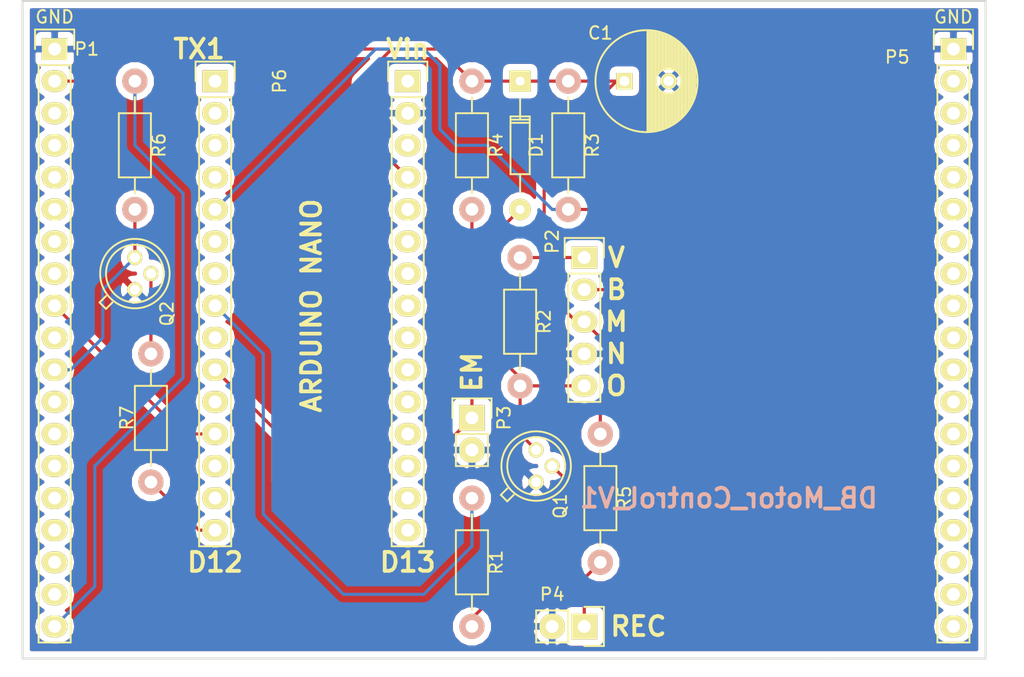
<source format=kicad_pcb>
(kicad_pcb (version 4) (host pcbnew 4.0.4+e1-6308~48~ubuntu16.04.1-stable)

  (general
    (links 33)
    (no_connects 0)
    (area 27.351667 72.314999 108.538334 126.17)
    (thickness 1.6)
    (drawings 18)
    (tracks 89)
    (zones 0)
    (modules 18)
    (nets 14)
  )

  (page A4)
  (layers
    (0 F.Cu signal)
    (31 B.Cu signal)
    (32 B.Adhes user)
    (33 F.Adhes user)
    (34 B.Paste user)
    (35 F.Paste user)
    (36 B.SilkS user)
    (37 F.SilkS user)
    (38 B.Mask user)
    (39 F.Mask user)
    (40 Dwgs.User user)
    (41 Cmts.User user)
    (42 Eco1.User user)
    (43 Eco2.User user)
    (44 Edge.Cuts user)
    (45 Margin user)
    (46 B.CrtYd user)
    (47 F.CrtYd user)
    (48 B.Fab user)
    (49 F.Fab user)
  )

  (setup
    (last_trace_width 0.25)
    (trace_clearance 0.2)
    (zone_clearance 0.508)
    (zone_45_only no)
    (trace_min 0.2)
    (segment_width 0.2)
    (edge_width 0.15)
    (via_size 0.6)
    (via_drill 0.4)
    (via_min_size 0.4)
    (via_min_drill 0.3)
    (uvia_size 0.3)
    (uvia_drill 0.1)
    (uvias_allowed no)
    (uvia_min_size 0.2)
    (uvia_min_drill 0.1)
    (pcb_text_width 0.3)
    (pcb_text_size 1.5 1.5)
    (mod_edge_width 0.15)
    (mod_text_size 1 1)
    (mod_text_width 0.15)
    (pad_size 1.524 1.524)
    (pad_drill 0.762)
    (pad_to_mask_clearance 0.2)
    (aux_axis_origin 0 0)
    (visible_elements 7FFFFFFF)
    (pcbplotparams
      (layerselection 0x000f0_80000001)
      (usegerberextensions false)
      (excludeedgelayer true)
      (linewidth 0.100000)
      (plotframeref false)
      (viasonmask false)
      (mode 1)
      (useauxorigin false)
      (hpglpennumber 1)
      (hpglpenspeed 20)
      (hpglpendiameter 15)
      (hpglpenoverlay 2)
      (psnegative false)
      (psa4output false)
      (plotreference true)
      (plotvalue true)
      (plotinvisibletext false)
      (padsonsilk false)
      (subtractmaskfromsilk false)
      (outputformat 1)
      (mirror false)
      (drillshape 0)
      (scaleselection 1)
      (outputdirectory gerber/))
  )

  (net 0 "")
  (net 1 "Net-(D1-Pad2)")
  (net 2 GND)
  (net 3 "Net-(P1-Pad9)")
  (net 4 "Net-(P1-Pad11)")
  (net 5 "Net-(P1-Pad19)")
  (net 6 "Net-(C1-Pad1)")
  (net 7 "Net-(P2-Pad2)")
  (net 8 "Net-(P4-Pad1)")
  (net 9 "Net-(Q1-Pad2)")
  (net 10 "Net-(P3-Pad1)")
  (net 11 "Net-(P6-Pad8)")
  (net 12 "Net-(P6-Pad15)")
  (net 13 "Net-(Q2-Pad2)")

  (net_class Default "This is the default net class."
    (clearance 0.2)
    (trace_width 0.25)
    (via_dia 0.6)
    (via_drill 0.4)
    (uvia_dia 0.3)
    (uvia_drill 0.1)
    (add_net GND)
    (add_net "Net-(C1-Pad1)")
    (add_net "Net-(D1-Pad2)")
    (add_net "Net-(P1-Pad11)")
    (add_net "Net-(P1-Pad19)")
    (add_net "Net-(P1-Pad9)")
    (add_net "Net-(P2-Pad2)")
    (add_net "Net-(P3-Pad1)")
    (add_net "Net-(P4-Pad1)")
    (add_net "Net-(P6-Pad15)")
    (add_net "Net-(P6-Pad8)")
    (add_net "Net-(Q1-Pad2)")
    (add_net "Net-(Q2-Pad2)")
  )

  (module Diodes_ThroughHole:Diode_DO-35_SOD27_Horizontal_RM10 placed (layer F.Cu) (tedit 57B5844F) (tstamp 57B30C40)
    (at 68.58 78.74 270)
    (descr "Diode, DO-35,  SOD27, Horizontal, RM 10mm")
    (tags "Diode, DO-35, SOD27, Horizontal, RM 10mm, 1N4148,")
    (path /57A4E6CD)
    (fp_text reference D1 (at 5.08 -1.27 270) (layer F.SilkS)
      (effects (font (size 1 1) (thickness 0.15)))
    )
    (fp_text value 1N4001 (at 5.08 0 270) (layer F.Fab)
      (effects (font (size 1 1) (thickness 0.15)))
    )
    (fp_line (start 7.36652 -0.00254) (end 8.76352 -0.00254) (layer F.SilkS) (width 0.15))
    (fp_line (start 2.92152 -0.00254) (end 1.39752 -0.00254) (layer F.SilkS) (width 0.15))
    (fp_line (start 3.30252 -0.76454) (end 3.30252 0.75946) (layer F.SilkS) (width 0.15))
    (fp_line (start 3.04852 -0.76454) (end 3.04852 0.75946) (layer F.SilkS) (width 0.15))
    (fp_line (start 2.79452 -0.00254) (end 2.79452 0.75946) (layer F.SilkS) (width 0.15))
    (fp_line (start 2.79452 0.75946) (end 7.36652 0.75946) (layer F.SilkS) (width 0.15))
    (fp_line (start 7.36652 0.75946) (end 7.36652 -0.76454) (layer F.SilkS) (width 0.15))
    (fp_line (start 7.36652 -0.76454) (end 2.79452 -0.76454) (layer F.SilkS) (width 0.15))
    (fp_line (start 2.79452 -0.76454) (end 2.79452 -0.00254) (layer F.SilkS) (width 0.15))
    (pad 2 thru_hole circle (at 10.16052 -0.00254 90) (size 1.69926 1.69926) (drill 0.70104) (layers *.Cu *.Mask F.SilkS)
      (net 1 "Net-(D1-Pad2)"))
    (pad 1 thru_hole rect (at 0.00052 -0.00254 90) (size 1.69926 1.69926) (drill 0.70104) (layers *.Cu *.Mask F.SilkS)
      (net 6 "Net-(C1-Pad1)"))
    (model Diodes_ThroughHole.3dshapes/Diode_DO-35_SOD27_Horizontal_RM10.wrl
      (at (xyz 0.2 0 0))
      (scale (xyz 0.4 0.4 0.4))
      (rotate (xyz 0 0 180))
    )
  )

  (module Socket_Strips:Socket_Strip_Straight_1x05 placed (layer F.Cu) (tedit 57B58B5B) (tstamp 57B30C60)
    (at 73.66 92.71 270)
    (descr "Through hole socket strip")
    (tags "socket strip")
    (path /57A8880C)
    (fp_text reference P2 (at -1.27 2.54 270) (layer F.SilkS)
      (effects (font (size 1 1) (thickness 0.15)))
    )
    (fp_text value CONN_01X05 (at 0 -3.1 270) (layer F.Fab)
      (effects (font (size 1 1) (thickness 0.15)))
    )
    (fp_line (start -1.75 -1.75) (end -1.75 1.75) (layer F.CrtYd) (width 0.05))
    (fp_line (start 11.95 -1.75) (end 11.95 1.75) (layer F.CrtYd) (width 0.05))
    (fp_line (start -1.75 -1.75) (end 11.95 -1.75) (layer F.CrtYd) (width 0.05))
    (fp_line (start -1.75 1.75) (end 11.95 1.75) (layer F.CrtYd) (width 0.05))
    (fp_line (start 1.27 1.27) (end 11.43 1.27) (layer F.SilkS) (width 0.15))
    (fp_line (start 11.43 1.27) (end 11.43 -1.27) (layer F.SilkS) (width 0.15))
    (fp_line (start 11.43 -1.27) (end 1.27 -1.27) (layer F.SilkS) (width 0.15))
    (fp_line (start -1.55 1.55) (end 0 1.55) (layer F.SilkS) (width 0.15))
    (fp_line (start 1.27 1.27) (end 1.27 -1.27) (layer F.SilkS) (width 0.15))
    (fp_line (start 0 -1.55) (end -1.55 -1.55) (layer F.SilkS) (width 0.15))
    (fp_line (start -1.55 -1.55) (end -1.55 1.55) (layer F.SilkS) (width 0.15))
    (pad 1 thru_hole rect (at 0 0 270) (size 1.7272 2.032) (drill 1.016) (layers *.Cu *.Mask F.SilkS)
      (net 6 "Net-(C1-Pad1)"))
    (pad 2 thru_hole oval (at 2.54 0 270) (size 1.7272 2.032) (drill 1.016) (layers *.Cu *.Mask F.SilkS)
      (net 7 "Net-(P2-Pad2)"))
    (pad 3 thru_hole oval (at 5.08 0 270) (size 1.7272 2.032) (drill 1.016) (layers *.Cu *.Mask F.SilkS)
      (net 6 "Net-(C1-Pad1)"))
    (pad 4 thru_hole oval (at 7.62 0 270) (size 1.7272 2.032) (drill 1.016) (layers *.Cu *.Mask F.SilkS)
      (net 2 GND))
    (pad 5 thru_hole oval (at 10.16 0 270) (size 1.7272 2.032) (drill 1.016) (layers *.Cu *.Mask F.SilkS)
      (net 1 "Net-(D1-Pad2)"))
    (model Socket_Strips.3dshapes/Socket_Strip_Straight_1x05.wrl
      (at (xyz 0.2 0 0))
      (scale (xyz 1 1 1))
      (rotate (xyz 0 0 180))
    )
  )

  (module Socket_Strips:Socket_Strip_Straight_1x02 placed (layer F.Cu) (tedit 57B58B43) (tstamp 57B30C66)
    (at 64.77 105.41 270)
    (descr "Through hole socket strip")
    (tags "socket strip")
    (path /57B30B75)
    (fp_text reference P3 (at 0 -2.54 270) (layer F.SilkS)
      (effects (font (size 1 1) (thickness 0.15)))
    )
    (fp_text value CONN_01X02 (at 0 -3.1 270) (layer F.Fab)
      (effects (font (size 1 1) (thickness 0.15)))
    )
    (fp_line (start -1.55 1.55) (end 0 1.55) (layer F.SilkS) (width 0.15))
    (fp_line (start 3.81 1.27) (end 1.27 1.27) (layer F.SilkS) (width 0.15))
    (fp_line (start -1.75 -1.75) (end -1.75 1.75) (layer F.CrtYd) (width 0.05))
    (fp_line (start 4.3 -1.75) (end 4.3 1.75) (layer F.CrtYd) (width 0.05))
    (fp_line (start -1.75 -1.75) (end 4.3 -1.75) (layer F.CrtYd) (width 0.05))
    (fp_line (start -1.75 1.75) (end 4.3 1.75) (layer F.CrtYd) (width 0.05))
    (fp_line (start 1.27 1.27) (end 1.27 -1.27) (layer F.SilkS) (width 0.15))
    (fp_line (start 0 -1.55) (end -1.55 -1.55) (layer F.SilkS) (width 0.15))
    (fp_line (start -1.55 -1.55) (end -1.55 1.55) (layer F.SilkS) (width 0.15))
    (fp_line (start 1.27 -1.27) (end 3.81 -1.27) (layer F.SilkS) (width 0.15))
    (fp_line (start 3.81 -1.27) (end 3.81 1.27) (layer F.SilkS) (width 0.15))
    (pad 1 thru_hole rect (at 0 0 270) (size 2.032 2.032) (drill 1.016) (layers *.Cu *.Mask F.SilkS)
      (net 10 "Net-(P3-Pad1)"))
    (pad 2 thru_hole oval (at 2.54 0 270) (size 2.032 2.032) (drill 1.016) (layers *.Cu *.Mask F.SilkS)
      (net 2 GND))
    (model Socket_Strips.3dshapes/Socket_Strip_Straight_1x02.wrl
      (at (xyz 0.05 0 0))
      (scale (xyz 1 1 1))
      (rotate (xyz 0 0 180))
    )
  )

  (module TO_SOT_Packages_THT:TO-18_3Pin placed (layer F.Cu) (tedit 57B5741F) (tstamp 57B30C8A)
    (at 69.85 109.22 270)
    (descr "TO-18, 3Pin,")
    (tags "TO-18, 3Pin,")
    (path /57B57B73)
    (fp_text reference Q1 (at 3.175 -1.905 270) (layer F.SilkS)
      (effects (font (size 1 1) (thickness 0.15)))
    )
    (fp_text value 2N2222 (at 0 4.826 270) (layer F.Fab)
      (effects (font (size 1 1) (thickness 0.15)))
    )
    (fp_line (start 2.794 2.286) (end 2.286 1.778) (layer F.SilkS) (width 0.15))
    (fp_line (start 1.778 2.286) (end 2.286 2.794) (layer F.SilkS) (width 0.15))
    (fp_line (start 2.286 2.794) (end 2.794 2.286) (layer F.SilkS) (width 0.15))
    (fp_circle (center 0 0) (end 2.286 0) (layer F.SilkS) (width 0.15))
    (fp_circle (center 0 0) (end 2.75 0) (layer F.SilkS) (width 0.15))
    (pad 1 thru_hole circle (at 1.27 0 270) (size 1.2 1.2) (drill 0.8) (layers *.Cu *.Mask F.SilkS)
      (net 2 GND))
    (pad 2 thru_hole circle (at 0 -1.27 270) (size 1.2 1.2) (drill 0.8) (layers *.Cu *.Mask F.SilkS)
      (net 9 "Net-(Q1-Pad2)"))
    (pad 3 thru_hole circle (at -1.27 0 270) (size 1.2 1.2) (drill 0.8) (layers *.Cu *.Mask F.SilkS)
      (net 1 "Net-(D1-Pad2)"))
    (model TO_SOT_Packages_THT.3dshapes/TO-18_3Pin.wrl
      (at (xyz 0 0 0))
      (scale (xyz 0.3937 0.3937 0.3937))
      (rotate (xyz 0 0 0))
    )
  )

  (module Resistors_ThroughHole:Resistor_Horizontal_RM10mm placed (layer F.Cu) (tedit 57B58443) (tstamp 57B30C90)
    (at 64.77 121.92 90)
    (descr "Resistor, Axial,  RM 10mm, 1/3W")
    (tags "Resistor Axial RM 10mm 1/3W")
    (path /57A4E9C3)
    (fp_text reference R1 (at 5.08 1.905 90) (layer F.SilkS)
      (effects (font (size 1 1) (thickness 0.15)))
    )
    (fp_text value 680 (at 5.08 0 90) (layer F.Fab)
      (effects (font (size 1 1) (thickness 0.15)))
    )
    (fp_line (start -1.25 -1.5) (end 11.4 -1.5) (layer F.CrtYd) (width 0.05))
    (fp_line (start -1.25 1.5) (end -1.25 -1.5) (layer F.CrtYd) (width 0.05))
    (fp_line (start 11.4 -1.5) (end 11.4 1.5) (layer F.CrtYd) (width 0.05))
    (fp_line (start -1.25 1.5) (end 11.4 1.5) (layer F.CrtYd) (width 0.05))
    (fp_line (start 2.54 -1.27) (end 7.62 -1.27) (layer F.SilkS) (width 0.15))
    (fp_line (start 7.62 -1.27) (end 7.62 1.27) (layer F.SilkS) (width 0.15))
    (fp_line (start 7.62 1.27) (end 2.54 1.27) (layer F.SilkS) (width 0.15))
    (fp_line (start 2.54 1.27) (end 2.54 -1.27) (layer F.SilkS) (width 0.15))
    (fp_line (start 2.54 0) (end 1.27 0) (layer F.SilkS) (width 0.15))
    (fp_line (start 7.62 0) (end 8.89 0) (layer F.SilkS) (width 0.15))
    (pad 1 thru_hole circle (at 0 0 90) (size 1.99898 1.99898) (drill 1.00076) (layers *.Cu *.SilkS *.Mask)
      (net 9 "Net-(Q1-Pad2)"))
    (pad 2 thru_hole circle (at 10.16 0 90) (size 1.99898 1.99898) (drill 1.00076) (layers *.Cu *.SilkS *.Mask)
      (net 11 "Net-(P6-Pad8)"))
    (model Resistors_ThroughHole.3dshapes/Resistor_Horizontal_RM10mm.wrl
      (at (xyz 0.2 0 0))
      (scale (xyz 0.4 0.4 0.4))
      (rotate (xyz 0 0 0))
    )
  )

  (module Resistors_ThroughHole:Resistor_Horizontal_RM10mm placed (layer F.Cu) (tedit 57B58465) (tstamp 57B30C96)
    (at 68.58 92.71 270)
    (descr "Resistor, Axial,  RM 10mm, 1/3W")
    (tags "Resistor Axial RM 10mm 1/3W")
    (path /57A4E68A)
    (fp_text reference R2 (at 5.08 -1.905 270) (layer F.SilkS)
      (effects (font (size 1 1) (thickness 0.15)))
    )
    (fp_text value 1k (at 5.08 0 270) (layer F.Fab)
      (effects (font (size 1 1) (thickness 0.15)))
    )
    (fp_line (start -1.25 -1.5) (end 11.4 -1.5) (layer F.CrtYd) (width 0.05))
    (fp_line (start -1.25 1.5) (end -1.25 -1.5) (layer F.CrtYd) (width 0.05))
    (fp_line (start 11.4 -1.5) (end 11.4 1.5) (layer F.CrtYd) (width 0.05))
    (fp_line (start -1.25 1.5) (end 11.4 1.5) (layer F.CrtYd) (width 0.05))
    (fp_line (start 2.54 -1.27) (end 7.62 -1.27) (layer F.SilkS) (width 0.15))
    (fp_line (start 7.62 -1.27) (end 7.62 1.27) (layer F.SilkS) (width 0.15))
    (fp_line (start 7.62 1.27) (end 2.54 1.27) (layer F.SilkS) (width 0.15))
    (fp_line (start 2.54 1.27) (end 2.54 -1.27) (layer F.SilkS) (width 0.15))
    (fp_line (start 2.54 0) (end 1.27 0) (layer F.SilkS) (width 0.15))
    (fp_line (start 7.62 0) (end 8.89 0) (layer F.SilkS) (width 0.15))
    (pad 1 thru_hole circle (at 0 0 270) (size 1.99898 1.99898) (drill 1.00076) (layers *.Cu *.SilkS *.Mask)
      (net 6 "Net-(C1-Pad1)"))
    (pad 2 thru_hole circle (at 10.16 0 270) (size 1.99898 1.99898) (drill 1.00076) (layers *.Cu *.SilkS *.Mask)
      (net 1 "Net-(D1-Pad2)"))
    (model Resistors_ThroughHole.3dshapes/Resistor_Horizontal_RM10mm.wrl
      (at (xyz 0.2 0 0))
      (scale (xyz 0.4 0.4 0.4))
      (rotate (xyz 0 0 0))
    )
  )

  (module Resistors_ThroughHole:Resistor_Horizontal_RM10mm placed (layer F.Cu) (tedit 57B58453) (tstamp 57B30C9C)
    (at 72.39 88.9 90)
    (descr "Resistor, Axial,  RM 10mm, 1/3W")
    (tags "Resistor Axial RM 10mm 1/3W")
    (path /57A4F07A)
    (fp_text reference R3 (at 5.08 1.905 90) (layer F.SilkS)
      (effects (font (size 1 1) (thickness 0.15)))
    )
    (fp_text value 33k (at 5.08 0 90) (layer F.Fab)
      (effects (font (size 1 1) (thickness 0.15)))
    )
    (fp_line (start -1.25 -1.5) (end 11.4 -1.5) (layer F.CrtYd) (width 0.05))
    (fp_line (start -1.25 1.5) (end -1.25 -1.5) (layer F.CrtYd) (width 0.05))
    (fp_line (start 11.4 -1.5) (end 11.4 1.5) (layer F.CrtYd) (width 0.05))
    (fp_line (start -1.25 1.5) (end 11.4 1.5) (layer F.CrtYd) (width 0.05))
    (fp_line (start 2.54 -1.27) (end 7.62 -1.27) (layer F.SilkS) (width 0.15))
    (fp_line (start 7.62 -1.27) (end 7.62 1.27) (layer F.SilkS) (width 0.15))
    (fp_line (start 7.62 1.27) (end 2.54 1.27) (layer F.SilkS) (width 0.15))
    (fp_line (start 2.54 1.27) (end 2.54 -1.27) (layer F.SilkS) (width 0.15))
    (fp_line (start 2.54 0) (end 1.27 0) (layer F.SilkS) (width 0.15))
    (fp_line (start 7.62 0) (end 8.89 0) (layer F.SilkS) (width 0.15))
    (pad 1 thru_hole circle (at 0 0 90) (size 1.99898 1.99898) (drill 1.00076) (layers *.Cu *.SilkS *.Mask)
      (net 7 "Net-(P2-Pad2)"))
    (pad 2 thru_hole circle (at 10.16 0 90) (size 1.99898 1.99898) (drill 1.00076) (layers *.Cu *.SilkS *.Mask)
      (net 6 "Net-(C1-Pad1)"))
    (model Resistors_ThroughHole.3dshapes/Resistor_Horizontal_RM10mm.wrl
      (at (xyz 0.2 0 0))
      (scale (xyz 0.4 0.4 0.4))
      (rotate (xyz 0 0 0))
    )
  )

  (module Resistors_ThroughHole:Resistor_Horizontal_RM10mm placed (layer F.Cu) (tedit 57B58449) (tstamp 57B30CA2)
    (at 64.77 78.74 270)
    (descr "Resistor, Axial,  RM 10mm, 1/3W")
    (tags "Resistor Axial RM 10mm 1/3W")
    (path /57A4EDEF)
    (fp_text reference R4 (at 5.08 -1.905 270) (layer F.SilkS)
      (effects (font (size 1 1) (thickness 0.15)))
    )
    (fp_text value 2.2k (at 5.08 0 270) (layer F.Fab)
      (effects (font (size 1 1) (thickness 0.15)))
    )
    (fp_line (start -1.25 -1.5) (end 11.4 -1.5) (layer F.CrtYd) (width 0.05))
    (fp_line (start -1.25 1.5) (end -1.25 -1.5) (layer F.CrtYd) (width 0.05))
    (fp_line (start 11.4 -1.5) (end 11.4 1.5) (layer F.CrtYd) (width 0.05))
    (fp_line (start -1.25 1.5) (end 11.4 1.5) (layer F.CrtYd) (width 0.05))
    (fp_line (start 2.54 -1.27) (end 7.62 -1.27) (layer F.SilkS) (width 0.15))
    (fp_line (start 7.62 -1.27) (end 7.62 1.27) (layer F.SilkS) (width 0.15))
    (fp_line (start 7.62 1.27) (end 2.54 1.27) (layer F.SilkS) (width 0.15))
    (fp_line (start 2.54 1.27) (end 2.54 -1.27) (layer F.SilkS) (width 0.15))
    (fp_line (start 2.54 0) (end 1.27 0) (layer F.SilkS) (width 0.15))
    (fp_line (start 7.62 0) (end 8.89 0) (layer F.SilkS) (width 0.15))
    (pad 1 thru_hole circle (at 0 0 270) (size 1.99898 1.99898) (drill 1.00076) (layers *.Cu *.SilkS *.Mask)
      (net 6 "Net-(C1-Pad1)"))
    (pad 2 thru_hole circle (at 10.16 0 270) (size 1.99898 1.99898) (drill 1.00076) (layers *.Cu *.SilkS *.Mask)
      (net 10 "Net-(P3-Pad1)"))
    (model Resistors_ThroughHole.3dshapes/Resistor_Horizontal_RM10mm.wrl
      (at (xyz 0.2 0 0))
      (scale (xyz 0.4 0.4 0.4))
      (rotate (xyz 0 0 0))
    )
  )

  (module Resistors_ThroughHole:Resistor_Horizontal_RM10mm placed (layer F.Cu) (tedit 57B5843D) (tstamp 57B30CA8)
    (at 74.93 106.68 270)
    (descr "Resistor, Axial,  RM 10mm, 1/3W")
    (tags "Resistor Axial RM 10mm 1/3W")
    (path /57A4ED4D)
    (fp_text reference R5 (at 5.08 -1.905 270) (layer F.SilkS)
      (effects (font (size 1 1) (thickness 0.15)))
    )
    (fp_text value 330 (at 5.08 0 270) (layer F.Fab)
      (effects (font (size 1 1) (thickness 0.15)))
    )
    (fp_line (start -1.25 -1.5) (end 11.4 -1.5) (layer F.CrtYd) (width 0.05))
    (fp_line (start -1.25 1.5) (end -1.25 -1.5) (layer F.CrtYd) (width 0.05))
    (fp_line (start 11.4 -1.5) (end 11.4 1.5) (layer F.CrtYd) (width 0.05))
    (fp_line (start -1.25 1.5) (end 11.4 1.5) (layer F.CrtYd) (width 0.05))
    (fp_line (start 2.54 -1.27) (end 7.62 -1.27) (layer F.SilkS) (width 0.15))
    (fp_line (start 7.62 -1.27) (end 7.62 1.27) (layer F.SilkS) (width 0.15))
    (fp_line (start 7.62 1.27) (end 2.54 1.27) (layer F.SilkS) (width 0.15))
    (fp_line (start 2.54 1.27) (end 2.54 -1.27) (layer F.SilkS) (width 0.15))
    (fp_line (start 2.54 0) (end 1.27 0) (layer F.SilkS) (width 0.15))
    (fp_line (start 7.62 0) (end 8.89 0) (layer F.SilkS) (width 0.15))
    (pad 1 thru_hole circle (at 0 0 270) (size 1.99898 1.99898) (drill 1.00076) (layers *.Cu *.SilkS *.Mask)
      (net 6 "Net-(C1-Pad1)"))
    (pad 2 thru_hole circle (at 10.16 0 270) (size 1.99898 1.99898) (drill 1.00076) (layers *.Cu *.SilkS *.Mask)
      (net 8 "Net-(P4-Pad1)"))
    (model Resistors_ThroughHole.3dshapes/Resistor_Horizontal_RM10mm.wrl
      (at (xyz 0.2 0 0))
      (scale (xyz 0.4 0.4 0.4))
      (rotate (xyz 0 0 0))
    )
  )

  (module Echopen:CP_TH_common (layer F.Cu) (tedit 57B58A5F) (tstamp 57B58177)
    (at 76.835 78.74)
    (descr "Radial Electrolytic Capacitor Diameter 8mm x Length 11.5mm, Pitch 3.5mm")
    (tags "Electrolytic Capacitor")
    (path /57B5754E)
    (fp_text reference C1 (at -1.905 -3.81) (layer F.SilkS)
      (effects (font (size 1 1) (thickness 0.15)))
    )
    (fp_text value 10u (at 1.27 1.905) (layer F.Fab)
      (effects (font (size 1 1) (thickness 0.15)))
    )
    (fp_line (start 1.825 -3.999) (end 1.825 3.999) (layer F.SilkS) (width 0.15))
    (fp_line (start 1.965 -3.994) (end 1.965 3.994) (layer F.SilkS) (width 0.15))
    (fp_line (start 2.105 -3.984) (end 2.105 3.984) (layer F.SilkS) (width 0.15))
    (fp_line (start 2.245 -3.969) (end 2.245 3.969) (layer F.SilkS) (width 0.15))
    (fp_line (start 2.385 -3.949) (end 2.385 3.949) (layer F.SilkS) (width 0.15))
    (fp_line (start 2.525 -3.924) (end 2.525 -0.222) (layer F.SilkS) (width 0.15))
    (fp_line (start 2.525 0.222) (end 2.525 3.924) (layer F.SilkS) (width 0.15))
    (fp_line (start 2.665 -3.894) (end 2.665 -0.55) (layer F.SilkS) (width 0.15))
    (fp_line (start 2.665 0.55) (end 2.665 3.894) (layer F.SilkS) (width 0.15))
    (fp_line (start 2.805 -3.858) (end 2.805 -0.719) (layer F.SilkS) (width 0.15))
    (fp_line (start 2.805 0.719) (end 2.805 3.858) (layer F.SilkS) (width 0.15))
    (fp_line (start 2.945 -3.817) (end 2.945 -0.832) (layer F.SilkS) (width 0.15))
    (fp_line (start 2.945 0.832) (end 2.945 3.817) (layer F.SilkS) (width 0.15))
    (fp_line (start 3.085 -3.771) (end 3.085 -0.91) (layer F.SilkS) (width 0.15))
    (fp_line (start 3.085 0.91) (end 3.085 3.771) (layer F.SilkS) (width 0.15))
    (fp_line (start 3.225 -3.718) (end 3.225 -0.961) (layer F.SilkS) (width 0.15))
    (fp_line (start 3.225 0.961) (end 3.225 3.718) (layer F.SilkS) (width 0.15))
    (fp_line (start 3.365 -3.659) (end 3.365 -0.991) (layer F.SilkS) (width 0.15))
    (fp_line (start 3.365 0.991) (end 3.365 3.659) (layer F.SilkS) (width 0.15))
    (fp_line (start 3.505 -3.594) (end 3.505 -1) (layer F.SilkS) (width 0.15))
    (fp_line (start 3.505 1) (end 3.505 3.594) (layer F.SilkS) (width 0.15))
    (fp_line (start 3.645 -3.523) (end 3.645 -0.989) (layer F.SilkS) (width 0.15))
    (fp_line (start 3.645 0.989) (end 3.645 3.523) (layer F.SilkS) (width 0.15))
    (fp_line (start 3.785 -3.444) (end 3.785 -0.959) (layer F.SilkS) (width 0.15))
    (fp_line (start 3.785 0.959) (end 3.785 3.444) (layer F.SilkS) (width 0.15))
    (fp_line (start 3.925 -3.357) (end 3.925 -0.905) (layer F.SilkS) (width 0.15))
    (fp_line (start 3.925 0.905) (end 3.925 3.357) (layer F.SilkS) (width 0.15))
    (fp_line (start 4.065 -3.262) (end 4.065 -0.825) (layer F.SilkS) (width 0.15))
    (fp_line (start 4.065 0.825) (end 4.065 3.262) (layer F.SilkS) (width 0.15))
    (fp_line (start 4.205 -3.158) (end 4.205 -0.709) (layer F.SilkS) (width 0.15))
    (fp_line (start 4.205 0.709) (end 4.205 3.158) (layer F.SilkS) (width 0.15))
    (fp_line (start 4.345 -3.044) (end 4.345 -0.535) (layer F.SilkS) (width 0.15))
    (fp_line (start 4.345 0.535) (end 4.345 3.044) (layer F.SilkS) (width 0.15))
    (fp_line (start 4.485 -2.919) (end 4.485 -0.173) (layer F.SilkS) (width 0.15))
    (fp_line (start 4.485 0.173) (end 4.485 2.919) (layer F.SilkS) (width 0.15))
    (fp_line (start 4.625 -2.781) (end 4.625 2.781) (layer F.SilkS) (width 0.15))
    (fp_line (start 4.765 -2.629) (end 4.765 2.629) (layer F.SilkS) (width 0.15))
    (fp_line (start 4.905 -2.459) (end 4.905 2.459) (layer F.SilkS) (width 0.15))
    (fp_line (start 5.045 -2.268) (end 5.045 2.268) (layer F.SilkS) (width 0.15))
    (fp_line (start 5.185 -2.05) (end 5.185 2.05) (layer F.SilkS) (width 0.15))
    (fp_line (start 5.325 -1.794) (end 5.325 1.794) (layer F.SilkS) (width 0.15))
    (fp_line (start 5.465 -1.483) (end 5.465 1.483) (layer F.SilkS) (width 0.15))
    (fp_line (start 5.605 -1.067) (end 5.605 1.067) (layer F.SilkS) (width 0.15))
    (fp_line (start 5.745 -0.2) (end 5.745 0.2) (layer F.SilkS) (width 0.15))
    (fp_circle (center 3.5 0) (end 3.5 -1) (layer F.SilkS) (width 0.15))
    (fp_circle (center 1.75 0) (end 1.75 -4.0375) (layer F.SilkS) (width 0.15))
    (fp_circle (center 1.75 0) (end 1.75 -4.3) (layer F.CrtYd) (width 0.05))
    (pad 2 thru_hole circle (at 3.5 0) (size 1.3 1.3) (drill 0.8) (layers *.Cu *.Mask F.SilkS)
      (net 2 GND))
    (pad 1 thru_hole rect (at 0 0) (size 1.3 1.3) (drill 0.8) (layers *.Cu *.Mask F.SilkS)
      (net 6 "Net-(C1-Pad1)"))
    (model Capacitors_ThroughHole.3dshapes/C_Radial_D8_L11.5_P3.5.wrl
      (at (xyz 0 0 0))
      (scale (xyz 1 1 1))
      (rotate (xyz 0 0 0))
    )
  )

  (module Socket_Strips:Socket_Strip_Straight_1x02 (layer F.Cu) (tedit 57B58A8F) (tstamp 57B5825F)
    (at 73.66 121.92 180)
    (descr "Through hole socket strip")
    (tags "socket strip")
    (path /57B30BB9)
    (fp_text reference P4 (at 2.54 2.54 180) (layer F.SilkS)
      (effects (font (size 1 1) (thickness 0.15)))
    )
    (fp_text value CONN_01X02 (at 0 -3.1 180) (layer F.Fab)
      (effects (font (size 1 1) (thickness 0.15)))
    )
    (fp_line (start -1.55 1.55) (end 0 1.55) (layer F.SilkS) (width 0.15))
    (fp_line (start 3.81 1.27) (end 1.27 1.27) (layer F.SilkS) (width 0.15))
    (fp_line (start -1.75 -1.75) (end -1.75 1.75) (layer F.CrtYd) (width 0.05))
    (fp_line (start 4.3 -1.75) (end 4.3 1.75) (layer F.CrtYd) (width 0.05))
    (fp_line (start -1.75 -1.75) (end 4.3 -1.75) (layer F.CrtYd) (width 0.05))
    (fp_line (start -1.75 1.75) (end 4.3 1.75) (layer F.CrtYd) (width 0.05))
    (fp_line (start 1.27 1.27) (end 1.27 -1.27) (layer F.SilkS) (width 0.15))
    (fp_line (start 0 -1.55) (end -1.55 -1.55) (layer F.SilkS) (width 0.15))
    (fp_line (start -1.55 -1.55) (end -1.55 1.55) (layer F.SilkS) (width 0.15))
    (fp_line (start 1.27 -1.27) (end 3.81 -1.27) (layer F.SilkS) (width 0.15))
    (fp_line (start 3.81 -1.27) (end 3.81 1.27) (layer F.SilkS) (width 0.15))
    (pad 1 thru_hole rect (at 0 0 180) (size 2.032 2.032) (drill 1.016) (layers *.Cu *.Mask F.SilkS)
      (net 8 "Net-(P4-Pad1)"))
    (pad 2 thru_hole oval (at 2.54 0 180) (size 2.032 2.032) (drill 1.016) (layers *.Cu *.Mask F.SilkS)
      (net 2 GND))
    (model Socket_Strips.3dshapes/Socket_Strip_Straight_1x02.wrl
      (at (xyz 0.05 0 0))
      (scale (xyz 1 1 1))
      (rotate (xyz 0 0 180))
    )
  )

  (module Echopen:Header_1x19 (layer F.Cu) (tedit 57BC47F2) (tstamp 57B30C57)
    (at 31.75 99.06)
    (descr "Through hole socket strip")
    (tags "socket strip")
    (path /57A888F8)
    (fp_text reference P1 (at 2.54 -22.86) (layer F.SilkS)
      (effects (font (size 1 1) (thickness 0.15)))
    )
    (fp_text value CONN_01X19 (at 0.635 26.035) (layer F.Fab)
      (effects (font (size 1 1) (thickness 0.15)))
    )
    (fp_text user GND (at 0 -25.4) (layer F.SilkS)
      (effects (font (size 1 1) (thickness 0.15)))
    )
    (fp_line (start 1.75 -24.61) (end -1.75 -24.61) (layer F.CrtYd) (width 0.05))
    (fp_line (start 1.75 24.64) (end -1.75 24.64) (layer F.CrtYd) (width 0.05))
    (fp_line (start 1.75 -24.61) (end 1.75 24.64) (layer F.CrtYd) (width 0.05))
    (fp_line (start -1.75 -24.61) (end -1.75 24.64) (layer F.CrtYd) (width 0.05))
    (fp_line (start -1.27 -21.59) (end -1.27 24.13) (layer F.SilkS) (width 0.15))
    (fp_line (start -1.27 24.13) (end 1.27 24.13) (layer F.SilkS) (width 0.15))
    (fp_line (start 1.27 24.13) (end 1.27 -21.59) (layer F.SilkS) (width 0.15))
    (fp_line (start -1.55 -24.41) (end -1.55 -22.86) (layer F.SilkS) (width 0.15))
    (fp_line (start -1.27 -21.59) (end 1.27 -21.59) (layer F.SilkS) (width 0.15))
    (fp_line (start 1.55 -22.86) (end 1.55 -24.41) (layer F.SilkS) (width 0.15))
    (fp_line (start 1.55 -24.41) (end -1.55 -24.41) (layer F.SilkS) (width 0.15))
    (pad 1 thru_hole rect (at 0 -22.86 270) (size 1.7272 2.032) (drill 1.016) (layers *.Cu *.Mask F.SilkS)
      (net 2 GND))
    (pad 2 thru_hole oval (at 0 -20.32 270) (size 1.7272 2.032) (drill 1.016) (layers *.Cu *.Mask F.SilkS)
      (net 6 "Net-(C1-Pad1)"))
    (pad 3 thru_hole oval (at 0 -17.78 270) (size 1.7272 2.032) (drill 1.016) (layers *.Cu *.Mask F.SilkS))
    (pad 4 thru_hole oval (at 0 -15.24 270) (size 1.7272 2.032) (drill 1.016) (layers *.Cu *.Mask F.SilkS))
    (pad 5 thru_hole oval (at 0 -12.7 270) (size 1.7272 2.032) (drill 1.016) (layers *.Cu *.Mask F.SilkS))
    (pad 6 thru_hole oval (at 0 -10.16 270) (size 1.7272 2.032) (drill 1.016) (layers *.Cu *.Mask F.SilkS))
    (pad 7 thru_hole oval (at 0 -7.62 270) (size 1.7272 2.032) (drill 1.016) (layers *.Cu *.Mask F.SilkS))
    (pad 8 thru_hole oval (at 0 -5.08 270) (size 1.7272 2.032) (drill 1.016) (layers *.Cu *.Mask F.SilkS))
    (pad 9 thru_hole oval (at 0 -2.54 270) (size 1.7272 2.032) (drill 1.016) (layers *.Cu *.Mask F.SilkS)
      (net 3 "Net-(P1-Pad9)"))
    (pad 10 thru_hole oval (at 0 0 270) (size 1.7272 2.032) (drill 1.016) (layers *.Cu *.Mask F.SilkS))
    (pad 11 thru_hole oval (at 0 2.54 270) (size 1.7272 2.032) (drill 1.016) (layers *.Cu *.Mask F.SilkS)
      (net 4 "Net-(P1-Pad11)"))
    (pad 12 thru_hole oval (at 0 5.08 270) (size 1.7272 2.032) (drill 1.016) (layers *.Cu *.Mask F.SilkS))
    (pad 13 thru_hole oval (at 0 7.62 270) (size 1.7272 2.032) (drill 1.016) (layers *.Cu *.Mask F.SilkS))
    (pad 14 thru_hole oval (at 0 10.16 270) (size 1.7272 2.032) (drill 1.016) (layers *.Cu *.Mask F.SilkS))
    (pad 15 thru_hole oval (at 0 12.7 270) (size 1.7272 2.032) (drill 1.016) (layers *.Cu *.Mask F.SilkS))
    (pad 16 thru_hole oval (at 0 15.24 270) (size 1.7272 2.032) (drill 1.016) (layers *.Cu *.Mask F.SilkS))
    (pad 17 thru_hole oval (at 0 17.78 270) (size 1.7272 2.032) (drill 1.016) (layers *.Cu *.Mask F.SilkS))
    (pad 18 thru_hole oval (at 0 20.32 270) (size 1.7272 2.032) (drill 1.016) (layers *.Cu *.Mask F.SilkS))
    (pad 19 thru_hole oval (at 0 22.86 270) (size 1.7272 2.032) (drill 1.016) (layers *.Cu *.Mask F.SilkS)
      (net 5 "Net-(P1-Pad19)"))
    (model Socket_Strips.3dshapes/Socket_Strip_Straight_1x19.wrl
      (at (xyz 0 0 0))
      (scale (xyz 1 1 1))
      (rotate (xyz 0 0 90))
    )
  )

  (module Echopen:Header_1x19 (layer F.Cu) (tedit 57BB32E4) (tstamp 57B58276)
    (at 102.87 99.06)
    (descr "Through hole socket strip")
    (tags "socket strip")
    (path /57A8893D)
    (fp_text reference P5 (at -4.445 -22.225) (layer F.SilkS)
      (effects (font (size 1 1) (thickness 0.15)))
    )
    (fp_text value CONN_01X19 (at 0.635 26.035) (layer F.Fab)
      (effects (font (size 1 1) (thickness 0.15)))
    )
    (fp_text user GND (at 0 -25.4) (layer F.SilkS)
      (effects (font (size 1 1) (thickness 0.15)))
    )
    (fp_line (start 1.75 -24.61) (end -1.75 -24.61) (layer F.CrtYd) (width 0.05))
    (fp_line (start 1.75 24.64) (end -1.75 24.64) (layer F.CrtYd) (width 0.05))
    (fp_line (start 1.75 -24.61) (end 1.75 24.64) (layer F.CrtYd) (width 0.05))
    (fp_line (start -1.75 -24.61) (end -1.75 24.64) (layer F.CrtYd) (width 0.05))
    (fp_line (start -1.27 -21.59) (end -1.27 24.13) (layer F.SilkS) (width 0.15))
    (fp_line (start -1.27 24.13) (end 1.27 24.13) (layer F.SilkS) (width 0.15))
    (fp_line (start 1.27 24.13) (end 1.27 -21.59) (layer F.SilkS) (width 0.15))
    (fp_line (start -1.55 -24.41) (end -1.55 -22.86) (layer F.SilkS) (width 0.15))
    (fp_line (start -1.27 -21.59) (end 1.27 -21.59) (layer F.SilkS) (width 0.15))
    (fp_line (start 1.55 -22.86) (end 1.55 -24.41) (layer F.SilkS) (width 0.15))
    (fp_line (start 1.55 -24.41) (end -1.55 -24.41) (layer F.SilkS) (width 0.15))
    (pad 1 thru_hole rect (at 0 -22.86 270) (size 1.7272 2.032) (drill 1.016) (layers *.Cu *.Mask F.SilkS)
      (net 2 GND))
    (pad 2 thru_hole oval (at 0 -20.32 270) (size 1.7272 2.032) (drill 1.016) (layers *.Cu *.Mask F.SilkS))
    (pad 3 thru_hole oval (at 0 -17.78 270) (size 1.7272 2.032) (drill 1.016) (layers *.Cu *.Mask F.SilkS))
    (pad 4 thru_hole oval (at 0 -15.24 270) (size 1.7272 2.032) (drill 1.016) (layers *.Cu *.Mask F.SilkS))
    (pad 5 thru_hole oval (at 0 -12.7 270) (size 1.7272 2.032) (drill 1.016) (layers *.Cu *.Mask F.SilkS))
    (pad 6 thru_hole oval (at 0 -10.16 270) (size 1.7272 2.032) (drill 1.016) (layers *.Cu *.Mask F.SilkS))
    (pad 7 thru_hole oval (at 0 -7.62 270) (size 1.7272 2.032) (drill 1.016) (layers *.Cu *.Mask F.SilkS))
    (pad 8 thru_hole oval (at 0 -5.08 270) (size 1.7272 2.032) (drill 1.016) (layers *.Cu *.Mask F.SilkS))
    (pad 9 thru_hole oval (at 0 -2.54 270) (size 1.7272 2.032) (drill 1.016) (layers *.Cu *.Mask F.SilkS))
    (pad 10 thru_hole oval (at 0 0 270) (size 1.7272 2.032) (drill 1.016) (layers *.Cu *.Mask F.SilkS))
    (pad 11 thru_hole oval (at 0 2.54 270) (size 1.7272 2.032) (drill 1.016) (layers *.Cu *.Mask F.SilkS))
    (pad 12 thru_hole oval (at 0 5.08 270) (size 1.7272 2.032) (drill 1.016) (layers *.Cu *.Mask F.SilkS))
    (pad 13 thru_hole oval (at 0 7.62 270) (size 1.7272 2.032) (drill 1.016) (layers *.Cu *.Mask F.SilkS))
    (pad 14 thru_hole oval (at 0 10.16 270) (size 1.7272 2.032) (drill 1.016) (layers *.Cu *.Mask F.SilkS))
    (pad 15 thru_hole oval (at 0 12.7 270) (size 1.7272 2.032) (drill 1.016) (layers *.Cu *.Mask F.SilkS))
    (pad 16 thru_hole oval (at 0 15.24 270) (size 1.7272 2.032) (drill 1.016) (layers *.Cu *.Mask F.SilkS))
    (pad 17 thru_hole oval (at 0 17.78 270) (size 1.7272 2.032) (drill 1.016) (layers *.Cu *.Mask F.SilkS))
    (pad 18 thru_hole oval (at 0 20.32 270) (size 1.7272 2.032) (drill 1.016) (layers *.Cu *.Mask F.SilkS))
    (pad 19 thru_hole oval (at 0 22.86 270) (size 1.7272 2.032) (drill 1.016) (layers *.Cu *.Mask F.SilkS))
    (model Socket_Strips.3dshapes/Socket_Strip_Straight_1x19.wrl
      (at (xyz 0 0 0))
      (scale (xyz 1 1 1))
      (rotate (xyz 0 0 90))
    )
  )

  (module Socket_Strips:Socket_Strip_Straight_1x15 (layer F.Cu) (tedit 0) (tstamp 57BC4556)
    (at 44.45 78.74 270)
    (descr "Through hole socket strip")
    (tags "socket strip")
    (path /57BC2D51)
    (fp_text reference P6 (at 0 -5.1 270) (layer F.SilkS)
      (effects (font (size 1 1) (thickness 0.15)))
    )
    (fp_text value CONN_01X15 (at 0 -3.1 270) (layer F.Fab)
      (effects (font (size 1 1) (thickness 0.15)))
    )
    (fp_line (start -1.75 -1.75) (end -1.75 1.75) (layer F.CrtYd) (width 0.05))
    (fp_line (start 37.35 -1.75) (end 37.35 1.75) (layer F.CrtYd) (width 0.05))
    (fp_line (start -1.75 -1.75) (end 37.35 -1.75) (layer F.CrtYd) (width 0.05))
    (fp_line (start -1.75 1.75) (end 37.35 1.75) (layer F.CrtYd) (width 0.05))
    (fp_line (start 1.27 -1.27) (end 36.83 -1.27) (layer F.SilkS) (width 0.15))
    (fp_line (start 36.83 -1.27) (end 36.83 1.27) (layer F.SilkS) (width 0.15))
    (fp_line (start 36.83 1.27) (end 1.27 1.27) (layer F.SilkS) (width 0.15))
    (fp_line (start -1.55 1.55) (end 0 1.55) (layer F.SilkS) (width 0.15))
    (fp_line (start 1.27 1.27) (end 1.27 -1.27) (layer F.SilkS) (width 0.15))
    (fp_line (start 0 -1.55) (end -1.55 -1.55) (layer F.SilkS) (width 0.15))
    (fp_line (start -1.55 -1.55) (end -1.55 1.55) (layer F.SilkS) (width 0.15))
    (pad 1 thru_hole rect (at 0 0 270) (size 1.7272 2.032) (drill 1.016) (layers *.Cu *.Mask F.SilkS))
    (pad 2 thru_hole oval (at 2.54 0 270) (size 1.7272 2.032) (drill 1.016) (layers *.Cu *.Mask F.SilkS))
    (pad 3 thru_hole oval (at 5.08 0 270) (size 1.7272 2.032) (drill 1.016) (layers *.Cu *.Mask F.SilkS))
    (pad 4 thru_hole oval (at 7.62 0 270) (size 1.7272 2.032) (drill 1.016) (layers *.Cu *.Mask F.SilkS))
    (pad 5 thru_hole oval (at 10.16 0 270) (size 1.7272 2.032) (drill 1.016) (layers *.Cu *.Mask F.SilkS)
      (net 7 "Net-(P2-Pad2)"))
    (pad 6 thru_hole oval (at 12.7 0 270) (size 1.7272 2.032) (drill 1.016) (layers *.Cu *.Mask F.SilkS))
    (pad 7 thru_hole oval (at 15.24 0 270) (size 1.7272 2.032) (drill 1.016) (layers *.Cu *.Mask F.SilkS))
    (pad 8 thru_hole oval (at 17.78 0 270) (size 1.7272 2.032) (drill 1.016) (layers *.Cu *.Mask F.SilkS)
      (net 11 "Net-(P6-Pad8)"))
    (pad 9 thru_hole oval (at 20.32 0 270) (size 1.7272 2.032) (drill 1.016) (layers *.Cu *.Mask F.SilkS))
    (pad 10 thru_hole oval (at 22.86 0 270) (size 1.7272 2.032) (drill 1.016) (layers *.Cu *.Mask F.SilkS)
      (net 10 "Net-(P3-Pad1)"))
    (pad 11 thru_hole oval (at 25.4 0 270) (size 1.7272 2.032) (drill 1.016) (layers *.Cu *.Mask F.SilkS))
    (pad 12 thru_hole oval (at 27.94 0 270) (size 1.7272 2.032) (drill 1.016) (layers *.Cu *.Mask F.SilkS)
      (net 3 "Net-(P1-Pad9)"))
    (pad 13 thru_hole oval (at 30.48 0 270) (size 1.7272 2.032) (drill 1.016) (layers *.Cu *.Mask F.SilkS))
    (pad 14 thru_hole oval (at 33.02 0 270) (size 1.7272 2.032) (drill 1.016) (layers *.Cu *.Mask F.SilkS))
    (pad 15 thru_hole oval (at 35.56 0 270) (size 1.7272 2.032) (drill 1.016) (layers *.Cu *.Mask F.SilkS)
      (net 12 "Net-(P6-Pad15)"))
    (model Socket_Strips.3dshapes/Socket_Strip_Straight_1x15.wrl
      (at (xyz 0.7 0 0))
      (scale (xyz 1 1 1))
      (rotate (xyz 0 0 180))
    )
  )

  (module Socket_Strips:Socket_Strip_Straight_1x15 (layer F.Cu) (tedit 0) (tstamp 57BC4569)
    (at 59.69 78.74 270)
    (descr "Through hole socket strip")
    (tags "socket strip")
    (path /57BC3067)
    (fp_text reference P7 (at 0 -5.1 270) (layer F.SilkS)
      (effects (font (size 1 1) (thickness 0.15)))
    )
    (fp_text value CONN_01X15 (at 0 -3.1 270) (layer F.Fab)
      (effects (font (size 1 1) (thickness 0.15)))
    )
    (fp_line (start -1.75 -1.75) (end -1.75 1.75) (layer F.CrtYd) (width 0.05))
    (fp_line (start 37.35 -1.75) (end 37.35 1.75) (layer F.CrtYd) (width 0.05))
    (fp_line (start -1.75 -1.75) (end 37.35 -1.75) (layer F.CrtYd) (width 0.05))
    (fp_line (start -1.75 1.75) (end 37.35 1.75) (layer F.CrtYd) (width 0.05))
    (fp_line (start 1.27 -1.27) (end 36.83 -1.27) (layer F.SilkS) (width 0.15))
    (fp_line (start 36.83 -1.27) (end 36.83 1.27) (layer F.SilkS) (width 0.15))
    (fp_line (start 36.83 1.27) (end 1.27 1.27) (layer F.SilkS) (width 0.15))
    (fp_line (start -1.55 1.55) (end 0 1.55) (layer F.SilkS) (width 0.15))
    (fp_line (start 1.27 1.27) (end 1.27 -1.27) (layer F.SilkS) (width 0.15))
    (fp_line (start 0 -1.55) (end -1.55 -1.55) (layer F.SilkS) (width 0.15))
    (fp_line (start -1.55 -1.55) (end -1.55 1.55) (layer F.SilkS) (width 0.15))
    (pad 1 thru_hole rect (at 0 0 270) (size 1.7272 2.032) (drill 1.016) (layers *.Cu *.Mask F.SilkS))
    (pad 2 thru_hole oval (at 2.54 0 270) (size 1.7272 2.032) (drill 1.016) (layers *.Cu *.Mask F.SilkS)
      (net 2 GND))
    (pad 3 thru_hole oval (at 5.08 0 270) (size 1.7272 2.032) (drill 1.016) (layers *.Cu *.Mask F.SilkS))
    (pad 4 thru_hole oval (at 7.62 0 270) (size 1.7272 2.032) (drill 1.016) (layers *.Cu *.Mask F.SilkS)
      (net 6 "Net-(C1-Pad1)"))
    (pad 5 thru_hole oval (at 10.16 0 270) (size 1.7272 2.032) (drill 1.016) (layers *.Cu *.Mask F.SilkS))
    (pad 6 thru_hole oval (at 12.7 0 270) (size 1.7272 2.032) (drill 1.016) (layers *.Cu *.Mask F.SilkS))
    (pad 7 thru_hole oval (at 15.24 0 270) (size 1.7272 2.032) (drill 1.016) (layers *.Cu *.Mask F.SilkS))
    (pad 8 thru_hole oval (at 17.78 0 270) (size 1.7272 2.032) (drill 1.016) (layers *.Cu *.Mask F.SilkS))
    (pad 9 thru_hole oval (at 20.32 0 270) (size 1.7272 2.032) (drill 1.016) (layers *.Cu *.Mask F.SilkS))
    (pad 10 thru_hole oval (at 22.86 0 270) (size 1.7272 2.032) (drill 1.016) (layers *.Cu *.Mask F.SilkS))
    (pad 11 thru_hole oval (at 25.4 0 270) (size 1.7272 2.032) (drill 1.016) (layers *.Cu *.Mask F.SilkS))
    (pad 12 thru_hole oval (at 27.94 0 270) (size 1.7272 2.032) (drill 1.016) (layers *.Cu *.Mask F.SilkS))
    (pad 13 thru_hole oval (at 30.48 0 270) (size 1.7272 2.032) (drill 1.016) (layers *.Cu *.Mask F.SilkS))
    (pad 14 thru_hole oval (at 33.02 0 270) (size 1.7272 2.032) (drill 1.016) (layers *.Cu *.Mask F.SilkS))
    (pad 15 thru_hole oval (at 35.56 0 270) (size 1.7272 2.032) (drill 1.016) (layers *.Cu *.Mask F.SilkS))
    (model Socket_Strips.3dshapes/Socket_Strip_Straight_1x15.wrl
      (at (xyz 0.7 0 0))
      (scale (xyz 1 1 1))
      (rotate (xyz 0 0 180))
    )
  )

  (module Echopen:TO-18_TH_common (layer F.Cu) (tedit 57B58136) (tstamp 57BC4570)
    (at 38.1 93.98 270)
    (descr "TO-18, 3Pin,")
    (tags "TO-18, 3Pin,")
    (path /57BC3CE5)
    (fp_text reference Q2 (at 3.175 -2.54 270) (layer F.SilkS)
      (effects (font (size 1 1) (thickness 0.15)))
    )
    (fp_text value 2N2222 (at 0 1.905 270) (layer F.Fab)
      (effects (font (size 1 1) (thickness 0.15)))
    )
    (fp_line (start 2.794 2.286) (end 2.286 1.778) (layer F.SilkS) (width 0.15))
    (fp_line (start 1.778 2.286) (end 2.286 2.794) (layer F.SilkS) (width 0.15))
    (fp_line (start 2.286 2.794) (end 2.794 2.286) (layer F.SilkS) (width 0.15))
    (fp_circle (center 0 0) (end 2.286 0) (layer F.SilkS) (width 0.15))
    (fp_circle (center 0 0) (end 2.75 0) (layer F.SilkS) (width 0.15))
    (pad 1 thru_hole circle (at 1.27 0 270) (size 1.2 1.2) (drill 0.8) (layers *.Cu *.Mask F.SilkS)
      (net 2 GND))
    (pad 2 thru_hole circle (at 0 -1.27 270) (size 1.2 1.2) (drill 0.8) (layers *.Cu *.Mask F.SilkS)
      (net 13 "Net-(Q2-Pad2)"))
    (pad 3 thru_hole circle (at -1.27 0 270) (size 1.2 1.2) (drill 0.8) (layers *.Cu *.Mask F.SilkS)
      (net 4 "Net-(P1-Pad11)"))
    (model TO_SOT_Packages_THT.3dshapes/TO-18_3Pin.wrl
      (at (xyz 0 0 0))
      (scale (xyz 0.3937 0.3937 0.3937))
      (rotate (xyz 0 0 0))
    )
  )

  (module Echopen:Resistor_TH_common (layer F.Cu) (tedit 57B5849C) (tstamp 57BC4576)
    (at 38.1 78.74 270)
    (descr "Resistor, Axial,  RM 10mm, 1/3W")
    (tags "Resistor Axial RM 10mm 1/3W")
    (path /57BC403F)
    (fp_text reference R6 (at 5.08 -1.905 270) (layer F.SilkS)
      (effects (font (size 1 1) (thickness 0.15)))
    )
    (fp_text value 1.5k (at 5.08 0 270) (layer F.Fab)
      (effects (font (size 1 1) (thickness 0.15)))
    )
    (fp_line (start -1.25 -1.5) (end 11.4 -1.5) (layer F.CrtYd) (width 0.05))
    (fp_line (start -1.25 1.5) (end -1.25 -1.5) (layer F.CrtYd) (width 0.05))
    (fp_line (start 11.4 -1.5) (end 11.4 1.5) (layer F.CrtYd) (width 0.05))
    (fp_line (start -1.25 1.5) (end 11.4 1.5) (layer F.CrtYd) (width 0.05))
    (fp_line (start 2.54 -1.27) (end 7.62 -1.27) (layer F.SilkS) (width 0.15))
    (fp_line (start 7.62 -1.27) (end 7.62 1.27) (layer F.SilkS) (width 0.15))
    (fp_line (start 7.62 1.27) (end 2.54 1.27) (layer F.SilkS) (width 0.15))
    (fp_line (start 2.54 1.27) (end 2.54 -1.27) (layer F.SilkS) (width 0.15))
    (fp_line (start 2.54 0) (end 1.27 0) (layer F.SilkS) (width 0.15))
    (fp_line (start 7.62 0) (end 8.89 0) (layer F.SilkS) (width 0.15))
    (pad 1 thru_hole circle (at 0 0 270) (size 1.99898 1.99898) (drill 1.00076) (layers *.Cu *.SilkS *.Mask)
      (net 5 "Net-(P1-Pad19)"))
    (pad 2 thru_hole circle (at 10.16 0 270) (size 1.99898 1.99898) (drill 1.00076) (layers *.Cu *.SilkS *.Mask)
      (net 4 "Net-(P1-Pad11)"))
    (model Resistors_ThroughHole.3dshapes/Resistor_Horizontal_RM10mm.wrl
      (at (xyz 0.2 0 0))
      (scale (xyz 0.4 0.4 0.4))
      (rotate (xyz 0 0 0))
    )
  )

  (module Echopen:Resistor_TH_common (layer F.Cu) (tedit 57B5849C) (tstamp 57BC457C)
    (at 39.37 110.49 90)
    (descr "Resistor, Axial,  RM 10mm, 1/3W")
    (tags "Resistor Axial RM 10mm 1/3W")
    (path /57BC3C10)
    (fp_text reference R7 (at 5.08 -1.905 90) (layer F.SilkS)
      (effects (font (size 1 1) (thickness 0.15)))
    )
    (fp_text value 1.5k (at 5.08 0 90) (layer F.Fab)
      (effects (font (size 1 1) (thickness 0.15)))
    )
    (fp_line (start -1.25 -1.5) (end 11.4 -1.5) (layer F.CrtYd) (width 0.05))
    (fp_line (start -1.25 1.5) (end -1.25 -1.5) (layer F.CrtYd) (width 0.05))
    (fp_line (start 11.4 -1.5) (end 11.4 1.5) (layer F.CrtYd) (width 0.05))
    (fp_line (start -1.25 1.5) (end 11.4 1.5) (layer F.CrtYd) (width 0.05))
    (fp_line (start 2.54 -1.27) (end 7.62 -1.27) (layer F.SilkS) (width 0.15))
    (fp_line (start 7.62 -1.27) (end 7.62 1.27) (layer F.SilkS) (width 0.15))
    (fp_line (start 7.62 1.27) (end 2.54 1.27) (layer F.SilkS) (width 0.15))
    (fp_line (start 2.54 1.27) (end 2.54 -1.27) (layer F.SilkS) (width 0.15))
    (fp_line (start 2.54 0) (end 1.27 0) (layer F.SilkS) (width 0.15))
    (fp_line (start 7.62 0) (end 8.89 0) (layer F.SilkS) (width 0.15))
    (pad 1 thru_hole circle (at 0 0 90) (size 1.99898 1.99898) (drill 1.00076) (layers *.Cu *.SilkS *.Mask)
      (net 12 "Net-(P6-Pad15)"))
    (pad 2 thru_hole circle (at 10.16 0 90) (size 1.99898 1.99898) (drill 1.00076) (layers *.Cu *.SilkS *.Mask)
      (net 13 "Net-(Q2-Pad2)"))
    (model Resistors_ThroughHole.3dshapes/Resistor_Horizontal_RM10mm.wrl
      (at (xyz 0.2 0 0))
      (scale (xyz 0.4 0.4 0.4))
      (rotate (xyz 0 0 0))
    )
  )

  (gr_text DB_Motor_Control_V1 (at 85.09 111.76) (layer B.SilkS)
    (effects (font (size 1.5 1.5) (thickness 0.3)) (justify mirror))
  )
  (gr_line (start 105.41 124.46) (end 92.71 124.46) (angle 90) (layer Edge.Cuts) (width 0.15))
  (gr_line (start 105.41 72.39) (end 105.41 124.46) (angle 90) (layer Edge.Cuts) (width 0.15))
  (gr_line (start 29.21 72.39) (end 105.41 72.39) (angle 90) (layer Edge.Cuts) (width 0.15))
  (gr_line (start 29.21 124.46) (end 92.71 124.46) (angle 90) (layer Edge.Cuts) (width 0.15))
  (gr_line (start 29.21 72.39) (end 29.21 124.46) (angle 90) (layer Edge.Cuts) (width 0.15))
  (gr_text D13 (at 59.69 116.84) (layer F.SilkS)
    (effects (font (size 1.5 1.5) (thickness 0.3)))
  )
  (gr_text D12 (at 44.45 116.84) (layer F.SilkS)
    (effects (font (size 1.5 1.5) (thickness 0.3)))
  )
  (gr_text Vin (at 59.69 76.2) (layer F.SilkS)
    (effects (font (size 1.5 1.5) (thickness 0.3)))
  )
  (gr_text TX1 (at 43.18 76.2) (layer F.SilkS)
    (effects (font (size 1.5 1.5) (thickness 0.3)))
  )
  (gr_text "ARDUINO NANO" (at 52.07 96.52 90) (layer F.SilkS)
    (effects (font (size 1.5 1.5) (thickness 0.3)))
  )
  (gr_text O (at 76.2 102.87) (layer F.SilkS)
    (effects (font (size 1.5 1.5) (thickness 0.3)))
  )
  (gr_text N (at 76.2 100.33) (layer F.SilkS)
    (effects (font (size 1.5 1.5) (thickness 0.3)))
  )
  (gr_text M (at 76.2 97.79) (layer F.SilkS)
    (effects (font (size 1.5 1.5) (thickness 0.3)))
  )
  (gr_text B (at 76.2 95.25) (layer F.SilkS)
    (effects (font (size 1.5 1.5) (thickness 0.3)))
  )
  (gr_text V (at 76.2 92.71) (layer F.SilkS)
    (effects (font (size 1.5 1.5) (thickness 0.3)))
  )
  (gr_text EM (at 64.77 103.505 90) (layer F.SilkS)
    (effects (font (size 1.5 1.5) (thickness 0.3)) (justify left))
  )
  (gr_text REC (at 75.565 121.92) (layer F.SilkS)
    (effects (font (size 1.5 1.5) (thickness 0.3)) (justify left))
  )

  (segment (start 68.58 102.87) (end 68.58 106.68) (width 0.25) (layer F.Cu) (net 1) (status 10))
  (segment (start 68.58 106.68) (end 69.85 107.95) (width 0.25) (layer F.Cu) (net 1) (tstamp 57B583B7) (status 20))
  (segment (start 68.58 102.87) (end 68.58 102.235) (width 0.25) (layer F.Cu) (net 1) (status 30))
  (segment (start 68.58 102.235) (end 66.675 100.33) (width 0.25) (layer F.Cu) (net 1) (tstamp 57B5835E) (status 10))
  (segment (start 66.675 90.80806) (end 68.58254 88.90052) (width 0.25) (layer F.Cu) (net 1) (tstamp 57B58364) (status 20))
  (segment (start 66.675 100.33) (end 66.675 90.80806) (width 0.25) (layer F.Cu) (net 1) (tstamp 57B58361))
  (segment (start 68.58 102.87) (end 73.66 102.87) (width 0.25) (layer F.Cu) (net 1) (status 30))
  (segment (start 68.58254 88.90052) (end 68.58254 88.90254) (width 0.25) (layer F.Cu) (net 1) (status 30))
  (segment (start 69.85 110.49) (end 67.31 107.95) (width 0.25) (layer B.Cu) (net 2) (status 10))
  (segment (start 71.755 100.33) (end 73.66 100.33) (width 0.25) (layer B.Cu) (net 2) (tstamp 57B58418) (status 20))
  (segment (start 70.485 101.6) (end 71.755 100.33) (width 0.25) (layer B.Cu) (net 2) (tstamp 57B58416))
  (segment (start 70.485 104.14) (end 70.485 101.6) (width 0.25) (layer B.Cu) (net 2) (tstamp 57B58414))
  (segment (start 67.31 107.315) (end 70.485 104.14) (width 0.25) (layer B.Cu) (net 2) (tstamp 57B58413))
  (segment (start 67.31 107.95) (end 67.31 107.315) (width 0.25) (layer B.Cu) (net 2) (tstamp 57B5840F))
  (segment (start 44.45 106.68) (end 41.91 106.68) (width 0.25) (layer F.Cu) (net 3))
  (segment (start 41.91 106.68) (end 31.75 96.52) (width 0.25) (layer F.Cu) (net 3) (tstamp 57E3EED1))
  (segment (start 31.75 101.6) (end 33.02 101.6) (width 0.25) (layer B.Cu) (net 4) (status 10))
  (segment (start 35.56 95.25) (end 38.1 92.71) (width 0.25) (layer B.Cu) (net 4) (tstamp 57BC46DE) (status 20))
  (segment (start 35.56 99.06) (end 35.56 95.25) (width 0.25) (layer B.Cu) (net 4) (tstamp 57BC46DC))
  (segment (start 33.02 101.6) (end 35.56 99.06) (width 0.25) (layer B.Cu) (net 4) (tstamp 57BC46D9))
  (segment (start 38.1 88.9) (end 38.1 92.71) (width 0.25) (layer F.Cu) (net 4) (status 30))
  (segment (start 38.1 78.74) (end 38.1 83.82) (width 0.25) (layer B.Cu) (net 5))
  (segment (start 34.925 118.745) (end 31.75 121.92) (width 0.25) (layer B.Cu) (net 5) (tstamp 57BC4EA8))
  (segment (start 34.925 109.22) (end 34.925 118.745) (width 0.25) (layer B.Cu) (net 5) (tstamp 57BC4EA6))
  (segment (start 41.91 102.235) (end 34.925 109.22) (width 0.25) (layer B.Cu) (net 5) (tstamp 57BC4EA4))
  (segment (start 41.91 87.63) (end 41.91 102.235) (width 0.25) (layer B.Cu) (net 5) (tstamp 57BC4EA2))
  (segment (start 38.1 83.82) (end 41.91 87.63) (width 0.25) (layer B.Cu) (net 5) (tstamp 57BC4E9E))
  (segment (start 31.75 78.74) (end 34.29 78.74) (width 0.25) (layer F.Cu) (net 6))
  (segment (start 36.83 76.2) (end 58.42 76.2) (width 0.25) (layer F.Cu) (net 6) (tstamp 57BC4EB0))
  (segment (start 34.29 78.74) (end 36.83 76.2) (width 0.25) (layer F.Cu) (net 6) (tstamp 57BC4EAC))
  (segment (start 55.88 78.74) (end 58.42 76.2) (width 0.25) (layer F.Cu) (net 6))
  (segment (start 62.23 76.2) (end 64.77 78.74) (width 0.25) (layer F.Cu) (net 6) (tstamp 57BC46C4) (status 20))
  (segment (start 58.42 76.2) (end 62.23 76.2) (width 0.25) (layer F.Cu) (net 6) (tstamp 57BC46C3))
  (segment (start 55.88 82.55) (end 59.69 86.36) (width 0.25) (layer F.Cu) (net 6) (tstamp 57BC46BF) (status 20))
  (segment (start 55.88 78.74) (end 55.88 82.55) (width 0.25) (layer F.Cu) (net 6) (tstamp 57BC46BD))
  (segment (start 73.66 97.79) (end 73.025 97.79) (width 0.25) (layer F.Cu) (net 6) (status 30))
  (segment (start 73.025 97.79) (end 70.485 95.25) (width 0.25) (layer F.Cu) (net 6) (tstamp 57B583E5) (status 10))
  (segment (start 70.485 95.25) (end 70.485 92.71) (width 0.25) (layer F.Cu) (net 6) (tstamp 57B583E7))
  (segment (start 74.93 106.68) (end 74.93 104.775) (width 0.25) (layer F.Cu) (net 6) (status 10))
  (segment (start 76.2 100.33) (end 73.66 97.79) (width 0.25) (layer F.Cu) (net 6) (tstamp 57B583E0) (status 20))
  (segment (start 76.2 103.505) (end 76.2 100.33) (width 0.25) (layer F.Cu) (net 6) (tstamp 57B583DE))
  (segment (start 74.93 104.775) (end 76.2 103.505) (width 0.25) (layer F.Cu) (net 6) (tstamp 57B583CF))
  (segment (start 76.835 78.74) (end 76.2 78.74) (width 0.25) (layer F.Cu) (net 6) (status 30))
  (segment (start 76.2 78.74) (end 70.485 84.455) (width 0.25) (layer F.Cu) (net 6) (tstamp 57B5838C) (status 10))
  (segment (start 70.485 84.455) (end 70.485 92.71) (width 0.25) (layer F.Cu) (net 6) (tstamp 57B58395))
  (segment (start 73.66 92.71) (end 70.485 92.71) (width 0.25) (layer F.Cu) (net 6) (status 10))
  (segment (start 70.485 92.71) (end 68.58 92.71) (width 0.25) (layer F.Cu) (net 6) (tstamp 57B5839A) (status 20))
  (segment (start 72.39 78.74) (end 76.835 78.74) (width 0.25) (layer F.Cu) (net 6) (status 30))
  (segment (start 68.58254 78.74052) (end 72.38948 78.74052) (width 0.25) (layer F.Cu) (net 6) (status 30))
  (segment (start 72.38948 78.74052) (end 72.39 78.74) (width 0.25) (layer F.Cu) (net 6) (tstamp 57B57FA5) (status 30))
  (segment (start 64.77 78.74) (end 68.58202 78.74) (width 0.25) (layer F.Cu) (net 6) (status 30))
  (segment (start 68.58202 78.74) (end 68.58254 78.74052) (width 0.25) (layer F.Cu) (net 6) (tstamp 57B57FA2) (status 30))
  (segment (start 72.38948 78.74052) (end 72.39 78.74) (width 0.25) (layer F.Cu) (net 6) (tstamp 57B3111F) (status 30))
  (segment (start 68.58202 78.74) (end 68.58254 78.74052) (width 0.25) (layer F.Cu) (net 6) (tstamp 57B3111C) (status 30))
  (segment (start 72.39 88.9) (end 71.12 88.9) (width 0.25) (layer B.Cu) (net 7) (status 10))
  (segment (start 57.15 76.2) (end 44.45 88.9) (width 0.25) (layer B.Cu) (net 7) (tstamp 57BC473A) (status 20))
  (segment (start 60.96 76.2) (end 57.15 76.2) (width 0.25) (layer B.Cu) (net 7) (tstamp 57BC4738))
  (segment (start 62.23 77.47) (end 60.96 76.2) (width 0.25) (layer B.Cu) (net 7) (tstamp 57BC4736))
  (segment (start 62.23 82.55) (end 62.23 77.47) (width 0.25) (layer B.Cu) (net 7) (tstamp 57BC4734))
  (segment (start 63.5 83.82) (end 62.23 82.55) (width 0.25) (layer B.Cu) (net 7) (tstamp 57BC4732))
  (segment (start 66.04 83.82) (end 63.5 83.82) (width 0.25) (layer B.Cu) (net 7) (tstamp 57BC4730))
  (segment (start 71.12 88.9) (end 66.04 83.82) (width 0.25) (layer B.Cu) (net 7) (tstamp 57BC472B))
  (segment (start 72.39 88.9) (end 74.93 88.9) (width 0.25) (layer F.Cu) (net 7) (status 10))
  (segment (start 76.2 95.25) (end 73.66 95.25) (width 0.25) (layer F.Cu) (net 7) (tstamp 57B582DE) (status 20))
  (segment (start 76.2 90.17) (end 76.2 95.25) (width 0.25) (layer F.Cu) (net 7) (tstamp 57B582D7))
  (segment (start 74.93 88.9) (end 76.2 90.17) (width 0.25) (layer F.Cu) (net 7) (tstamp 57B582D3))
  (segment (start 73.66 121.92) (end 73.66 118.11) (width 0.25) (layer F.Cu) (net 8) (status 10))
  (segment (start 73.66 118.11) (end 74.93 116.84) (width 0.25) (layer F.Cu) (net 8) (tstamp 57B583C4) (status 20))
  (segment (start 64.77 121.92) (end 64.77 121.285) (width 0.25) (layer F.Cu) (net 9) (status 30))
  (segment (start 64.77 121.285) (end 72.39 113.665) (width 0.25) (layer F.Cu) (net 9) (tstamp 57B583BC) (status 10))
  (segment (start 72.39 113.665) (end 72.39 110.49) (width 0.25) (layer F.Cu) (net 9) (tstamp 57B583BE))
  (segment (start 72.39 110.49) (end 71.12 109.22) (width 0.25) (layer F.Cu) (net 9) (tstamp 57B583C0) (status 20))
  (segment (start 64.77 105.41) (end 62.23 107.95) (width 0.25) (layer F.Cu) (net 10) (status 10))
  (segment (start 49.53 106.68) (end 44.45 101.6) (width 0.25) (layer F.Cu) (net 10) (tstamp 57BC4706) (status 20))
  (segment (start 49.53 110.49) (end 49.53 106.68) (width 0.25) (layer F.Cu) (net 10) (tstamp 57BC4703))
  (segment (start 55.88 116.84) (end 49.53 110.49) (width 0.25) (layer F.Cu) (net 10) (tstamp 57BC4700))
  (segment (start 60.96 116.84) (end 55.88 116.84) (width 0.25) (layer F.Cu) (net 10) (tstamp 57BC46FF))
  (segment (start 62.23 115.57) (end 60.96 116.84) (width 0.25) (layer F.Cu) (net 10) (tstamp 57BC46FD))
  (segment (start 62.23 107.95) (end 62.23 115.57) (width 0.25) (layer F.Cu) (net 10) (tstamp 57BC46FC))
  (segment (start 64.77 105.41) (end 64.77 88.9) (width 0.25) (layer F.Cu) (net 10) (status 30))
  (segment (start 64.77 111.76) (end 64.77 115.57) (width 0.25) (layer B.Cu) (net 11) (status 10))
  (segment (start 48.26 100.33) (end 44.45 96.52) (width 0.25) (layer B.Cu) (net 11) (tstamp 57BC4714) (status 20))
  (segment (start 48.26 113.03) (end 48.26 100.33) (width 0.25) (layer B.Cu) (net 11) (tstamp 57BC4712))
  (segment (start 54.61 119.38) (end 48.26 113.03) (width 0.25) (layer B.Cu) (net 11) (tstamp 57BC4710))
  (segment (start 60.96 119.38) (end 54.61 119.38) (width 0.25) (layer B.Cu) (net 11) (tstamp 57BC470D))
  (segment (start 64.77 115.57) (end 60.96 119.38) (width 0.25) (layer B.Cu) (net 11) (tstamp 57BC470C))
  (segment (start 44.45 114.3) (end 43.18 114.3) (width 0.25) (layer F.Cu) (net 12))
  (segment (start 43.18 114.3) (end 39.37 110.49) (width 0.25) (layer F.Cu) (net 12) (tstamp 57E3EECD))
  (segment (start 39.37 93.98) (end 39.37 100.33) (width 0.25) (layer F.Cu) (net 13) (status 30))

  (zone (net 2) (net_name GND) (layer F.Cu) (tstamp 57BEC640) (hatch edge 0.508)
    (connect_pads (clearance 0.508))
    (min_thickness 0.254)
    (fill yes (arc_segments 16) (thermal_gap 0.508) (thermal_bridge_width 0.508))
    (polygon
      (pts
        (xy 105.41 124.46) (xy 29.21 124.46) (xy 29.21 72.39) (xy 105.41 72.39)
      )
    )
    (filled_polygon
      (pts
        (xy 104.7 123.75) (xy 29.92 123.75) (xy 29.92 78.74) (xy 30.066655 78.74) (xy 30.180729 79.313489)
        (xy 30.505585 79.79967) (xy 30.820366 80.01) (xy 30.505585 80.22033) (xy 30.180729 80.706511) (xy 30.066655 81.28)
        (xy 30.180729 81.853489) (xy 30.505585 82.33967) (xy 30.820366 82.55) (xy 30.505585 82.76033) (xy 30.180729 83.246511)
        (xy 30.066655 83.82) (xy 30.180729 84.393489) (xy 30.505585 84.87967) (xy 30.820366 85.09) (xy 30.505585 85.30033)
        (xy 30.180729 85.786511) (xy 30.066655 86.36) (xy 30.180729 86.933489) (xy 30.505585 87.41967) (xy 30.820366 87.63)
        (xy 30.505585 87.84033) (xy 30.180729 88.326511) (xy 30.066655 88.9) (xy 30.180729 89.473489) (xy 30.505585 89.95967)
        (xy 30.820366 90.17) (xy 30.505585 90.38033) (xy 30.180729 90.866511) (xy 30.066655 91.44) (xy 30.180729 92.013489)
        (xy 30.505585 92.49967) (xy 30.820366 92.71) (xy 30.505585 92.92033) (xy 30.180729 93.406511) (xy 30.066655 93.98)
        (xy 30.180729 94.553489) (xy 30.505585 95.03967) (xy 30.820366 95.25) (xy 30.505585 95.46033) (xy 30.180729 95.946511)
        (xy 30.066655 96.52) (xy 30.180729 97.093489) (xy 30.505585 97.57967) (xy 30.820366 97.79) (xy 30.505585 98.00033)
        (xy 30.180729 98.486511) (xy 30.066655 99.06) (xy 30.180729 99.633489) (xy 30.505585 100.11967) (xy 30.820366 100.33)
        (xy 30.505585 100.54033) (xy 30.180729 101.026511) (xy 30.066655 101.6) (xy 30.180729 102.173489) (xy 30.505585 102.65967)
        (xy 30.820366 102.87) (xy 30.505585 103.08033) (xy 30.180729 103.566511) (xy 30.066655 104.14) (xy 30.180729 104.713489)
        (xy 30.505585 105.19967) (xy 30.820366 105.41) (xy 30.505585 105.62033) (xy 30.180729 106.106511) (xy 30.066655 106.68)
        (xy 30.180729 107.253489) (xy 30.505585 107.73967) (xy 30.820366 107.95) (xy 30.505585 108.16033) (xy 30.180729 108.646511)
        (xy 30.066655 109.22) (xy 30.180729 109.793489) (xy 30.505585 110.27967) (xy 30.820366 110.49) (xy 30.505585 110.70033)
        (xy 30.180729 111.186511) (xy 30.066655 111.76) (xy 30.180729 112.333489) (xy 30.505585 112.81967) (xy 30.820366 113.03)
        (xy 30.505585 113.24033) (xy 30.180729 113.726511) (xy 30.066655 114.3) (xy 30.180729 114.873489) (xy 30.505585 115.35967)
        (xy 30.820366 115.57) (xy 30.505585 115.78033) (xy 30.180729 116.266511) (xy 30.066655 116.84) (xy 30.180729 117.413489)
        (xy 30.505585 117.89967) (xy 30.820366 118.11) (xy 30.505585 118.32033) (xy 30.180729 118.806511) (xy 30.066655 119.38)
        (xy 30.180729 119.953489) (xy 30.505585 120.43967) (xy 30.820366 120.65) (xy 30.505585 120.86033) (xy 30.180729 121.346511)
        (xy 30.066655 121.92) (xy 30.180729 122.493489) (xy 30.505585 122.97967) (xy 30.991766 123.304526) (xy 31.565255 123.4186)
        (xy 31.934745 123.4186) (xy 32.508234 123.304526) (xy 32.994415 122.97967) (xy 33.319271 122.493489) (xy 33.433345 121.92)
        (xy 33.319271 121.346511) (xy 32.994415 120.86033) (xy 32.679634 120.65) (xy 32.994415 120.43967) (xy 33.319271 119.953489)
        (xy 33.433345 119.38) (xy 33.319271 118.806511) (xy 32.994415 118.32033) (xy 32.679634 118.11) (xy 32.994415 117.89967)
        (xy 33.319271 117.413489) (xy 33.433345 116.84) (xy 33.319271 116.266511) (xy 32.994415 115.78033) (xy 32.679634 115.57)
        (xy 32.994415 115.35967) (xy 33.319271 114.873489) (xy 33.433345 114.3) (xy 33.319271 113.726511) (xy 32.994415 113.24033)
        (xy 32.679634 113.03) (xy 32.994415 112.81967) (xy 33.319271 112.333489) (xy 33.433345 111.76) (xy 33.319271 111.186511)
        (xy 32.994415 110.70033) (xy 32.679634 110.49) (xy 32.994415 110.27967) (xy 33.319271 109.793489) (xy 33.433345 109.22)
        (xy 33.319271 108.646511) (xy 32.994415 108.16033) (xy 32.679634 107.95) (xy 32.994415 107.73967) (xy 33.319271 107.253489)
        (xy 33.433345 106.68) (xy 33.319271 106.106511) (xy 32.994415 105.62033) (xy 32.679634 105.41) (xy 32.994415 105.19967)
        (xy 33.319271 104.713489) (xy 33.433345 104.14) (xy 33.319271 103.566511) (xy 32.994415 103.08033) (xy 32.679634 102.87)
        (xy 32.994415 102.65967) (xy 33.319271 102.173489) (xy 33.433345 101.6) (xy 33.319271 101.026511) (xy 32.994415 100.54033)
        (xy 32.679634 100.33) (xy 32.994415 100.11967) (xy 33.319271 99.633489) (xy 33.397152 99.241954) (xy 41.372599 107.217401)
        (xy 41.619161 107.382148) (xy 41.91 107.44) (xy 43.005352 107.44) (xy 43.205585 107.73967) (xy 43.520366 107.95)
        (xy 43.205585 108.16033) (xy 42.880729 108.646511) (xy 42.766655 109.22) (xy 42.880729 109.793489) (xy 43.205585 110.27967)
        (xy 43.520366 110.49) (xy 43.205585 110.70033) (xy 42.880729 111.186511) (xy 42.766655 111.76) (xy 42.880729 112.333489)
        (xy 43.205585 112.81967) (xy 43.520366 113.03) (xy 43.205585 113.24033) (xy 43.201398 113.246596) (xy 40.935885 110.981083)
        (xy 41.004206 110.816547) (xy 41.004774 110.166306) (xy 40.756462 109.565345) (xy 40.297073 109.105154) (xy 39.696547 108.855794)
        (xy 39.046306 108.855226) (xy 38.445345 109.103538) (xy 37.985154 109.562927) (xy 37.735794 110.163453) (xy 37.735226 110.813694)
        (xy 37.983538 111.414655) (xy 38.442927 111.874846) (xy 39.043453 112.124206) (xy 39.693694 112.124774) (xy 39.860889 112.055691)
        (xy 42.642599 114.837401) (xy 42.889161 115.002148) (xy 42.978581 115.019935) (xy 43.205585 115.35967) (xy 43.691766 115.684526)
        (xy 44.265255 115.7986) (xy 44.634745 115.7986) (xy 45.208234 115.684526) (xy 45.694415 115.35967) (xy 46.019271 114.873489)
        (xy 46.133345 114.3) (xy 46.019271 113.726511) (xy 45.694415 113.24033) (xy 45.379634 113.03) (xy 45.694415 112.81967)
        (xy 46.019271 112.333489) (xy 46.133345 111.76) (xy 46.019271 111.186511) (xy 45.694415 110.70033) (xy 45.379634 110.49)
        (xy 45.694415 110.27967) (xy 46.019271 109.793489) (xy 46.133345 109.22) (xy 46.019271 108.646511) (xy 45.694415 108.16033)
        (xy 45.379634 107.95) (xy 45.694415 107.73967) (xy 46.019271 107.253489) (xy 46.133345 106.68) (xy 46.019271 106.106511)
        (xy 45.694415 105.62033) (xy 45.379634 105.41) (xy 45.694415 105.19967) (xy 46.019271 104.713489) (xy 46.097152 104.321954)
        (xy 48.77 106.994802) (xy 48.77 110.49) (xy 48.827852 110.780839) (xy 48.992599 111.027401) (xy 55.342599 117.377401)
        (xy 55.589161 117.542148) (xy 55.88 117.6) (xy 60.96 117.6) (xy 61.250839 117.542148) (xy 61.497401 117.377401)
        (xy 62.767401 116.107401) (xy 62.932148 115.86084) (xy 62.99 115.57) (xy 62.99 112.083694) (xy 63.135226 112.083694)
        (xy 63.383538 112.684655) (xy 63.842927 113.144846) (xy 64.443453 113.394206) (xy 65.093694 113.394774) (xy 65.694655 113.146462)
        (xy 66.154846 112.687073) (xy 66.404206 112.086547) (xy 66.404774 111.436306) (xy 66.370244 111.352735) (xy 69.16687 111.352735)
        (xy 69.216383 111.578164) (xy 69.681036 111.737807) (xy 70.171413 111.707482) (xy 70.483617 111.578164) (xy 70.53313 111.352735)
        (xy 69.85 110.669605) (xy 69.16687 111.352735) (xy 66.370244 111.352735) (xy 66.156462 110.835345) (xy 65.697073 110.375154)
        (xy 65.566743 110.321036) (xy 68.602193 110.321036) (xy 68.632518 110.811413) (xy 68.761836 111.123617) (xy 68.987265 111.17313)
        (xy 69.670395 110.49) (xy 68.987265 109.80687) (xy 68.761836 109.856383) (xy 68.602193 110.321036) (xy 65.566743 110.321036)
        (xy 65.096547 110.125794) (xy 64.446306 110.125226) (xy 63.845345 110.373538) (xy 63.385154 110.832927) (xy 63.135794 111.433453)
        (xy 63.135226 112.083694) (xy 62.99 112.083694) (xy 62.99 108.264802) (xy 63.1778 108.077002) (xy 63.282632 108.077002)
        (xy 63.164017 108.332946) (xy 63.432812 108.918379) (xy 63.905182 109.356385) (xy 64.387056 109.555975) (xy 64.643 109.436836)
        (xy 64.643 108.077) (xy 64.897 108.077) (xy 64.897 109.436836) (xy 65.152944 109.555975) (xy 65.634818 109.356385)
        (xy 66.107188 108.918379) (xy 66.375983 108.332946) (xy 66.257367 108.077) (xy 64.897 108.077) (xy 64.643 108.077)
        (xy 64.623 108.077) (xy 64.623 107.823) (xy 64.643 107.823) (xy 64.643 107.803) (xy 64.897 107.803)
        (xy 64.897 107.823) (xy 66.257367 107.823) (xy 66.375983 107.567054) (xy 66.107188 106.981621) (xy 66.102276 106.977066)
        (xy 66.237441 106.89009) (xy 66.382431 106.67789) (xy 66.43344 106.426) (xy 66.43344 104.394) (xy 66.389162 104.158683)
        (xy 66.25009 103.942559) (xy 66.03789 103.797569) (xy 65.786 103.74656) (xy 65.53 103.74656) (xy 65.53 90.354496)
        (xy 65.694655 90.286462) (xy 66.154846 89.827073) (xy 66.404206 89.226547) (xy 66.404774 88.576306) (xy 66.156462 87.975345)
        (xy 65.697073 87.515154) (xy 65.096547 87.265794) (xy 64.446306 87.265226) (xy 63.845345 87.513538) (xy 63.385154 87.972927)
        (xy 63.135794 88.573453) (xy 63.135226 89.223694) (xy 63.383538 89.824655) (xy 63.842927 90.284846) (xy 64.01 90.354221)
        (xy 64.01 103.74656) (xy 63.754 103.74656) (xy 63.518683 103.790838) (xy 63.302559 103.92991) (xy 63.157569 104.14211)
        (xy 63.10656 104.394) (xy 63.10656 105.998638) (xy 61.692599 107.412599) (xy 61.527852 107.659161) (xy 61.47 107.95)
        (xy 61.47 115.255198) (xy 60.645198 116.08) (xy 56.194802 116.08) (xy 50.29 110.175198) (xy 50.29 106.68)
        (xy 50.232148 106.389161) (xy 50.067401 106.142599) (xy 46.032381 102.107579) (xy 46.133345 101.6) (xy 46.019271 101.026511)
        (xy 45.694415 100.54033) (xy 45.379634 100.33) (xy 45.694415 100.11967) (xy 46.019271 99.633489) (xy 46.133345 99.06)
        (xy 46.019271 98.486511) (xy 45.694415 98.00033) (xy 45.379634 97.79) (xy 45.694415 97.57967) (xy 46.019271 97.093489)
        (xy 46.133345 96.52) (xy 46.019271 95.946511) (xy 45.694415 95.46033) (xy 45.379634 95.25) (xy 45.694415 95.03967)
        (xy 46.019271 94.553489) (xy 46.133345 93.98) (xy 46.019271 93.406511) (xy 45.694415 92.92033) (xy 45.379634 92.71)
        (xy 45.694415 92.49967) (xy 46.019271 92.013489) (xy 46.133345 91.44) (xy 46.019271 90.866511) (xy 45.694415 90.38033)
        (xy 45.379634 90.17) (xy 45.694415 89.95967) (xy 46.019271 89.473489) (xy 46.133345 88.9) (xy 46.019271 88.326511)
        (xy 45.694415 87.84033) (xy 45.379634 87.63) (xy 45.694415 87.41967) (xy 46.019271 86.933489) (xy 46.133345 86.36)
        (xy 46.019271 85.786511) (xy 45.694415 85.30033) (xy 45.379634 85.09) (xy 45.694415 84.87967) (xy 46.019271 84.393489)
        (xy 46.133345 83.82) (xy 46.019271 83.246511) (xy 45.694415 82.76033) (xy 45.379634 82.55) (xy 45.694415 82.33967)
        (xy 46.019271 81.853489) (xy 46.133345 81.28) (xy 46.019271 80.706511) (xy 45.694415 80.22033) (xy 45.680087 80.210757)
        (xy 45.701317 80.206762) (xy 45.917441 80.06769) (xy 46.062431 79.85549) (xy 46.11344 79.6036) (xy 46.11344 77.8764)
        (xy 46.069162 77.641083) (xy 45.93009 77.424959) (xy 45.71789 77.279969) (xy 45.466 77.22896) (xy 43.434 77.22896)
        (xy 43.198683 77.273238) (xy 42.982559 77.41231) (xy 42.837569 77.62451) (xy 42.78656 77.8764) (xy 42.78656 79.6036)
        (xy 42.830838 79.838917) (xy 42.96991 80.055041) (xy 43.18211 80.200031) (xy 43.223439 80.2084) (xy 43.205585 80.22033)
        (xy 42.880729 80.706511) (xy 42.766655 81.28) (xy 42.880729 81.853489) (xy 43.205585 82.33967) (xy 43.520366 82.55)
        (xy 43.205585 82.76033) (xy 42.880729 83.246511) (xy 42.766655 83.82) (xy 42.880729 84.393489) (xy 43.205585 84.87967)
        (xy 43.520366 85.09) (xy 43.205585 85.30033) (xy 42.880729 85.786511) (xy 42.766655 86.36) (xy 42.880729 86.933489)
        (xy 43.205585 87.41967) (xy 43.520366 87.63) (xy 43.205585 87.84033) (xy 42.880729 88.326511) (xy 42.766655 88.9)
        (xy 42.880729 89.473489) (xy 43.205585 89.95967) (xy 43.520366 90.17) (xy 43.205585 90.38033) (xy 42.880729 90.866511)
        (xy 42.766655 91.44) (xy 42.880729 92.013489) (xy 43.205585 92.49967) (xy 43.520366 92.71) (xy 43.205585 92.92033)
        (xy 42.880729 93.406511) (xy 42.766655 93.98) (xy 42.880729 94.553489) (xy 43.205585 95.03967) (xy 43.520366 95.25)
        (xy 43.205585 95.46033) (xy 42.880729 95.946511) (xy 42.766655 96.52) (xy 42.880729 97.093489) (xy 43.205585 97.57967)
        (xy 43.520366 97.79) (xy 43.205585 98.00033) (xy 42.880729 98.486511) (xy 42.766655 99.06) (xy 42.880729 99.633489)
        (xy 43.205585 100.11967) (xy 43.520366 100.33) (xy 43.205585 100.54033) (xy 42.880729 101.026511) (xy 42.766655 101.6)
        (xy 42.880729 102.173489) (xy 43.205585 102.65967) (xy 43.520366 102.87) (xy 43.205585 103.08033) (xy 42.880729 103.566511)
        (xy 42.766655 104.14) (xy 42.880729 104.713489) (xy 43.205585 105.19967) (xy 43.520366 105.41) (xy 43.205585 105.62033)
        (xy 43.005352 105.92) (xy 42.224802 105.92) (xy 33.332381 97.027579) (xy 33.433345 96.52) (xy 33.319271 95.946511)
        (xy 32.994415 95.46033) (xy 32.679634 95.25) (xy 32.932506 95.081036) (xy 36.852193 95.081036) (xy 36.882518 95.571413)
        (xy 37.011836 95.883617) (xy 37.237265 95.93313) (xy 37.920395 95.25) (xy 37.237265 94.56687) (xy 37.011836 94.616383)
        (xy 36.852193 95.081036) (xy 32.932506 95.081036) (xy 32.994415 95.03967) (xy 33.319271 94.553489) (xy 33.433345 93.98)
        (xy 33.319271 93.406511) (xy 32.994415 92.92033) (xy 32.679634 92.71) (xy 32.994415 92.49967) (xy 33.319271 92.013489)
        (xy 33.433345 91.44) (xy 33.319271 90.866511) (xy 32.994415 90.38033) (xy 32.679634 90.17) (xy 32.994415 89.95967)
        (xy 33.319271 89.473489) (xy 33.368958 89.223694) (xy 36.465226 89.223694) (xy 36.713538 89.824655) (xy 37.172927 90.284846)
        (xy 37.34 90.354221) (xy 37.34 91.723644) (xy 37.053629 92.009515) (xy 36.865215 92.463266) (xy 36.864786 92.954579)
        (xy 37.052408 93.408657) (xy 37.399515 93.756371) (xy 37.853266 93.944785) (xy 38.13503 93.945031) (xy 38.134973 94.010479)
        (xy 37.778587 94.032518) (xy 37.466383 94.161836) (xy 37.41687 94.387265) (xy 38.1 95.070395) (xy 38.114143 95.056253)
        (xy 38.293748 95.235858) (xy 38.279605 95.25) (xy 38.293748 95.264143) (xy 38.114143 95.443748) (xy 38.1 95.429605)
        (xy 37.41687 96.112735) (xy 37.466383 96.338164) (xy 37.931036 96.497807) (xy 38.421413 96.467482) (xy 38.61 96.389367)
        (xy 38.61 98.875504) (xy 38.445345 98.943538) (xy 37.985154 99.402927) (xy 37.735794 100.003453) (xy 37.735226 100.653694)
        (xy 37.983538 101.254655) (xy 38.442927 101.714846) (xy 39.043453 101.964206) (xy 39.693694 101.964774) (xy 40.294655 101.716462)
        (xy 40.754846 101.257073) (xy 41.004206 100.656547) (xy 41.004774 100.006306) (xy 40.756462 99.405345) (xy 40.297073 98.945154)
        (xy 40.13 98.875779) (xy 40.13 94.966356) (xy 40.416371 94.680485) (xy 40.604785 94.226734) (xy 40.605214 93.735421)
        (xy 40.417592 93.281343) (xy 40.070485 92.933629) (xy 39.616734 92.745215) (xy 39.33497 92.744969) (xy 39.335214 92.465421)
        (xy 39.147592 92.011343) (xy 38.86 91.723248) (xy 38.86 90.354496) (xy 39.024655 90.286462) (xy 39.484846 89.827073)
        (xy 39.734206 89.226547) (xy 39.734774 88.576306) (xy 39.486462 87.975345) (xy 39.027073 87.515154) (xy 38.426547 87.265794)
        (xy 37.776306 87.265226) (xy 37.175345 87.513538) (xy 36.715154 87.972927) (xy 36.465794 88.573453) (xy 36.465226 89.223694)
        (xy 33.368958 89.223694) (xy 33.433345 88.9) (xy 33.319271 88.326511) (xy 32.994415 87.84033) (xy 32.679634 87.63)
        (xy 32.994415 87.41967) (xy 33.319271 86.933489) (xy 33.433345 86.36) (xy 33.319271 85.786511) (xy 32.994415 85.30033)
        (xy 32.679634 85.09) (xy 32.994415 84.87967) (xy 33.319271 84.393489) (xy 33.433345 83.82) (xy 33.319271 83.246511)
        (xy 32.994415 82.76033) (xy 32.679634 82.55) (xy 32.994415 82.33967) (xy 33.319271 81.853489) (xy 33.433345 81.28)
        (xy 33.319271 80.706511) (xy 32.994415 80.22033) (xy 32.679634 80.01) (xy 32.994415 79.79967) (xy 33.194648 79.5)
        (xy 34.29 79.5) (xy 34.580839 79.442148) (xy 34.827401 79.277401) (xy 35.041108 79.063694) (xy 36.465226 79.063694)
        (xy 36.713538 79.664655) (xy 37.172927 80.124846) (xy 37.773453 80.374206) (xy 38.423694 80.374774) (xy 39.024655 80.126462)
        (xy 39.484846 79.667073) (xy 39.734206 79.066547) (xy 39.734774 78.416306) (xy 39.486462 77.815345) (xy 39.027073 77.355154)
        (xy 38.426547 77.105794) (xy 37.776306 77.105226) (xy 37.175345 77.353538) (xy 36.715154 77.812927) (xy 36.465794 78.413453)
        (xy 36.465226 79.063694) (xy 35.041108 79.063694) (xy 37.144802 76.96) (xy 56.585198 76.96) (xy 55.342599 78.202599)
        (xy 55.177852 78.449161) (xy 55.12 78.74) (xy 55.12 82.55) (xy 55.177852 82.840839) (xy 55.342599 83.087401)
        (xy 58.107619 85.852421) (xy 58.006655 86.36) (xy 58.120729 86.933489) (xy 58.445585 87.41967) (xy 58.760366 87.63)
        (xy 58.445585 87.84033) (xy 58.120729 88.326511) (xy 58.006655 88.9) (xy 58.120729 89.473489) (xy 58.445585 89.95967)
        (xy 58.760366 90.17) (xy 58.445585 90.38033) (xy 58.120729 90.866511) (xy 58.006655 91.44) (xy 58.120729 92.013489)
        (xy 58.445585 92.49967) (xy 58.760366 92.71) (xy 58.445585 92.92033) (xy 58.120729 93.406511) (xy 58.006655 93.98)
        (xy 58.120729 94.553489) (xy 58.445585 95.03967) (xy 58.760366 95.25) (xy 58.445585 95.46033) (xy 58.120729 95.946511)
        (xy 58.006655 96.52) (xy 58.120729 97.093489) (xy 58.445585 97.57967) (xy 58.760366 97.79) (xy 58.445585 98.00033)
        (xy 58.120729 98.486511) (xy 58.006655 99.06) (xy 58.120729 99.633489) (xy 58.445585 100.11967) (xy 58.760366 100.33)
        (xy 58.445585 100.54033) (xy 58.120729 101.026511) (xy 58.006655 101.6) (xy 58.120729 102.173489) (xy 58.445585 102.65967)
        (xy 58.760366 102.87) (xy 58.445585 103.08033) (xy 58.120729 103.566511) (xy 58.006655 104.14) (xy 58.120729 104.713489)
        (xy 58.445585 105.19967) (xy 58.760366 105.41) (xy 58.445585 105.62033) (xy 58.120729 106.106511) (xy 58.006655 106.68)
        (xy 58.120729 107.253489) (xy 58.445585 107.73967) (xy 58.760366 107.95) (xy 58.445585 108.16033) (xy 58.120729 108.646511)
        (xy 58.006655 109.22) (xy 58.120729 109.793489) (xy 58.445585 110.27967) (xy 58.760366 110.49) (xy 58.445585 110.70033)
        (xy 58.120729 111.186511) (xy 58.006655 111.76) (xy 58.120729 112.333489) (xy 58.445585 112.81967) (xy 58.760366 113.03)
        (xy 58.445585 113.24033) (xy 58.120729 113.726511) (xy 58.006655 114.3) (xy 58.120729 114.873489) (xy 58.445585 115.35967)
        (xy 58.931766 115.684526) (xy 59.505255 115.7986) (xy 59.874745 115.7986) (xy 60.448234 115.684526) (xy 60.934415 115.35967)
        (xy 61.259271 114.873489) (xy 61.373345 114.3) (xy 61.259271 113.726511) (xy 60.934415 113.24033) (xy 60.619634 113.03)
        (xy 60.934415 112.81967) (xy 61.259271 112.333489) (xy 61.373345 111.76) (xy 61.259271 111.186511) (xy 60.934415 110.70033)
        (xy 60.619634 110.49) (xy 60.934415 110.27967) (xy 61.259271 109.793489) (xy 61.373345 109.22) (xy 61.259271 108.646511)
        (xy 60.934415 108.16033) (xy 60.619634 107.95) (xy 60.934415 107.73967) (xy 61.259271 107.253489) (xy 61.373345 106.68)
        (xy 61.259271 106.106511) (xy 60.934415 105.62033) (xy 60.619634 105.41) (xy 60.934415 105.19967) (xy 61.259271 104.713489)
        (xy 61.373345 104.14) (xy 61.259271 103.566511) (xy 60.934415 103.08033) (xy 60.619634 102.87) (xy 60.934415 102.65967)
        (xy 61.259271 102.173489) (xy 61.373345 101.6) (xy 61.259271 101.026511) (xy 60.934415 100.54033) (xy 60.619634 100.33)
        (xy 60.934415 100.11967) (xy 61.259271 99.633489) (xy 61.373345 99.06) (xy 61.259271 98.486511) (xy 60.934415 98.00033)
        (xy 60.619634 97.79) (xy 60.934415 97.57967) (xy 61.259271 97.093489) (xy 61.373345 96.52) (xy 61.259271 95.946511)
        (xy 60.934415 95.46033) (xy 60.619634 95.25) (xy 60.934415 95.03967) (xy 61.259271 94.553489) (xy 61.373345 93.98)
        (xy 61.259271 93.406511) (xy 60.934415 92.92033) (xy 60.619634 92.71) (xy 60.934415 92.49967) (xy 61.259271 92.013489)
        (xy 61.373345 91.44) (xy 61.259271 90.866511) (xy 60.934415 90.38033) (xy 60.619634 90.17) (xy 60.934415 89.95967)
        (xy 61.259271 89.473489) (xy 61.373345 88.9) (xy 61.259271 88.326511) (xy 60.934415 87.84033) (xy 60.619634 87.63)
        (xy 60.934415 87.41967) (xy 61.259271 86.933489) (xy 61.373345 86.36) (xy 61.259271 85.786511) (xy 60.934415 85.30033)
        (xy 60.619634 85.09) (xy 60.934415 84.87967) (xy 61.259271 84.393489) (xy 61.373345 83.82) (xy 61.259271 83.246511)
        (xy 60.934415 82.76033) (xy 60.624931 82.553539) (xy 61.040732 82.182036) (xy 61.294709 81.654791) (xy 61.297358 81.639026)
        (xy 61.176217 81.407) (xy 59.817 81.407) (xy 59.817 81.427) (xy 59.563 81.427) (xy 59.563 81.407)
        (xy 58.203783 81.407) (xy 58.082642 81.639026) (xy 58.085291 81.654791) (xy 58.339268 82.182036) (xy 58.755069 82.553539)
        (xy 58.445585 82.76033) (xy 58.120729 83.246511) (xy 58.042848 83.638046) (xy 56.64 82.235198) (xy 56.64 79.054802)
        (xy 58.093267 77.601535) (xy 58.077569 77.62451) (xy 58.02656 77.8764) (xy 58.02656 79.6036) (xy 58.070838 79.838917)
        (xy 58.20991 80.055041) (xy 58.42211 80.200031) (xy 58.516927 80.219232) (xy 58.339268 80.377964) (xy 58.085291 80.905209)
        (xy 58.082642 80.920974) (xy 58.203783 81.153) (xy 59.563 81.153) (xy 59.563 81.133) (xy 59.817 81.133)
        (xy 59.817 81.153) (xy 61.176217 81.153) (xy 61.297358 80.920974) (xy 61.294709 80.905209) (xy 61.040732 80.377964)
        (xy 60.865155 80.221093) (xy 60.941317 80.206762) (xy 61.157441 80.06769) (xy 61.302431 79.85549) (xy 61.35344 79.6036)
        (xy 61.35344 77.8764) (xy 61.309162 77.641083) (xy 61.17009 77.424959) (xy 60.95789 77.279969) (xy 60.706 77.22896)
        (xy 58.674 77.22896) (xy 58.438683 77.273238) (xy 58.390666 77.304136) (xy 58.734802 76.96) (xy 61.915198 76.96)
        (xy 63.204115 78.248917) (xy 63.135794 78.413453) (xy 63.135226 79.063694) (xy 63.383538 79.664655) (xy 63.842927 80.124846)
        (xy 64.443453 80.374206) (xy 65.093694 80.374774) (xy 65.694655 80.126462) (xy 66.154846 79.667073) (xy 66.224221 79.5)
        (xy 67.08547 79.5) (xy 67.08547 79.59015) (xy 67.129748 79.825467) (xy 67.26882 80.041591) (xy 67.48102 80.186581)
        (xy 67.73291 80.23759) (xy 69.43217 80.23759) (xy 69.667487 80.193312) (xy 69.883611 80.05424) (xy 70.028601 79.84204)
        (xy 70.07961 79.59015) (xy 70.07961 79.50052) (xy 70.935719 79.50052) (xy 71.003538 79.664655) (xy 71.462927 80.124846)
        (xy 72.063453 80.374206) (xy 72.713694 80.374774) (xy 73.314655 80.126462) (xy 73.774846 79.667073) (xy 73.844221 79.5)
        (xy 74.365197 79.5) (xy 69.947599 83.917599) (xy 69.782852 84.164161) (xy 69.725 84.455) (xy 69.725 87.943557)
        (xy 69.424614 87.642646) (xy 68.879147 87.416148) (xy 68.288524 87.415632) (xy 67.742663 87.641178) (xy 67.324666 88.058446)
        (xy 67.098168 88.603913) (xy 67.097652 89.194536) (xy 67.131589 89.276669) (xy 66.137599 90.270659) (xy 65.972852 90.517221)
        (xy 65.915 90.80806) (xy 65.915 100.33) (xy 65.972852 100.620839) (xy 66.137599 100.867401) (xy 67.204147 101.933949)
        (xy 67.195154 101.942927) (xy 66.945794 102.543453) (xy 66.945226 103.193694) (xy 67.193538 103.794655) (xy 67.652927 104.254846)
        (xy 67.82 104.324221) (xy 67.82 106.68) (xy 67.877852 106.970839) (xy 68.042599 107.217401) (xy 68.615139 107.789941)
        (xy 68.614786 108.194579) (xy 68.802408 108.648657) (xy 69.149515 108.996371) (xy 69.603266 109.184785) (xy 69.88503 109.185031)
        (xy 69.884973 109.250479) (xy 69.528587 109.272518) (xy 69.216383 109.401836) (xy 69.16687 109.627265) (xy 69.85 110.310395)
        (xy 69.864143 110.296253) (xy 70.043748 110.475858) (xy 70.029605 110.49) (xy 70.712735 111.17313) (xy 70.938164 111.123617)
        (xy 71.097807 110.658964) (xy 71.085192 110.45497) (xy 71.280338 110.45514) (xy 71.63 110.804802) (xy 71.63 113.350198)
        (xy 64.694755 120.285443) (xy 64.446306 120.285226) (xy 63.845345 120.533538) (xy 63.385154 120.992927) (xy 63.135794 121.593453)
        (xy 63.135226 122.243694) (xy 63.383538 122.844655) (xy 63.842927 123.304846) (xy 64.443453 123.554206) (xy 65.093694 123.554774)
        (xy 65.694655 123.306462) (xy 66.154846 122.847073) (xy 66.380787 122.302944) (xy 69.514025 122.302944) (xy 69.713615 122.784818)
        (xy 70.151621 123.257188) (xy 70.737054 123.525983) (xy 70.993 123.407367) (xy 70.993 122.047) (xy 69.633164 122.047)
        (xy 69.514025 122.302944) (xy 66.380787 122.302944) (xy 66.404206 122.246547) (xy 66.404774 121.596306) (xy 66.380293 121.537056)
        (xy 69.514025 121.537056) (xy 69.633164 121.793) (xy 70.993 121.793) (xy 70.993 120.432633) (xy 71.247 120.432633)
        (xy 71.247 121.793) (xy 71.267 121.793) (xy 71.267 122.047) (xy 71.247 122.047) (xy 71.247 123.407367)
        (xy 71.502946 123.525983) (xy 72.088379 123.257188) (xy 72.092934 123.252276) (xy 72.17991 123.387441) (xy 72.39211 123.532431)
        (xy 72.644 123.58344) (xy 74.676 123.58344) (xy 74.911317 123.539162) (xy 75.127441 123.40009) (xy 75.272431 123.18789)
        (xy 75.32344 122.936) (xy 75.32344 120.904) (xy 75.279162 120.668683) (xy 75.14009 120.452559) (xy 74.92789 120.307569)
        (xy 74.676 120.25656) (xy 74.42 120.25656) (xy 74.42 118.424802) (xy 74.438917 118.405885) (xy 74.603453 118.474206)
        (xy 75.253694 118.474774) (xy 75.854655 118.226462) (xy 76.314846 117.767073) (xy 76.564206 117.166547) (xy 76.564774 116.516306)
        (xy 76.316462 115.915345) (xy 75.857073 115.455154) (xy 75.256547 115.205794) (xy 74.606306 115.205226) (xy 74.005345 115.453538)
        (xy 73.545154 115.912927) (xy 73.295794 116.513453) (xy 73.295226 117.163694) (xy 73.364309 117.330889) (xy 73.122599 117.572599)
        (xy 72.957852 117.819161) (xy 72.9 118.11) (xy 72.9 120.25656) (xy 72.644 120.25656) (xy 72.408683 120.300838)
        (xy 72.192559 120.43991) (xy 72.092144 120.586872) (xy 72.088379 120.582812) (xy 71.502946 120.314017) (xy 71.247 120.432633)
        (xy 70.993 120.432633) (xy 70.737054 120.314017) (xy 70.151621 120.582812) (xy 69.713615 121.055182) (xy 69.514025 121.537056)
        (xy 66.380293 121.537056) (xy 66.156462 120.995345) (xy 66.145469 120.984333) (xy 72.927401 114.202401) (xy 73.092148 113.95584)
        (xy 73.15 113.665) (xy 73.15 110.49) (xy 73.114274 110.310395) (xy 73.092148 110.19916) (xy 72.927401 109.952599)
        (xy 72.354861 109.380059) (xy 72.355214 108.975421) (xy 72.167592 108.521343) (xy 71.820485 108.173629) (xy 71.366734 107.985215)
        (xy 71.08497 107.984969) (xy 71.085214 107.705421) (xy 70.897592 107.251343) (xy 70.550485 106.903629) (xy 70.096734 106.715215)
        (xy 69.689662 106.71486) (xy 69.34 106.365198) (xy 69.34 104.324496) (xy 69.504655 104.256462) (xy 69.964846 103.797073)
        (xy 70.034221 103.63) (xy 72.215352 103.63) (xy 72.415585 103.92967) (xy 72.901766 104.254526) (xy 73.475255 104.3686)
        (xy 73.844745 104.3686) (xy 74.375626 104.263001) (xy 74.227852 104.484161) (xy 74.17 104.775) (xy 74.17 105.225504)
        (xy 74.005345 105.293538) (xy 73.545154 105.752927) (xy 73.295794 106.353453) (xy 73.295226 107.003694) (xy 73.543538 107.604655)
        (xy 74.002927 108.064846) (xy 74.603453 108.314206) (xy 75.253694 108.314774) (xy 75.854655 108.066462) (xy 76.314846 107.607073)
        (xy 76.564206 107.006547) (xy 76.564774 106.356306) (xy 76.316462 105.755345) (xy 75.857073 105.295154) (xy 75.69 105.225779)
        (xy 75.69 105.089802) (xy 76.737401 104.042401) (xy 76.902148 103.79584) (xy 76.96 103.505) (xy 76.96 100.33)
        (xy 76.902148 100.039161) (xy 76.902148 100.03916) (xy 76.737401 99.792599) (xy 75.242381 98.297579) (xy 75.343345 97.79)
        (xy 75.229271 97.216511) (xy 74.904415 96.73033) (xy 74.589634 96.52) (xy 74.904415 96.30967) (xy 75.104648 96.01)
        (xy 76.2 96.01) (xy 76.490839 95.952148) (xy 76.737401 95.787401) (xy 76.902148 95.540839) (xy 76.96 95.25)
        (xy 76.96 90.17) (xy 76.935744 90.04806) (xy 76.902148 89.87916) (xy 76.737401 89.632599) (xy 75.467401 88.362599)
        (xy 75.220839 88.197852) (xy 74.93 88.14) (xy 73.844496 88.14) (xy 73.776462 87.975345) (xy 73.317073 87.515154)
        (xy 72.716547 87.265794) (xy 72.066306 87.265226) (xy 71.465345 87.513538) (xy 71.245 87.733499) (xy 71.245 84.769802)
        (xy 76.01233 80.002473) (xy 76.185 80.03744) (xy 77.485 80.03744) (xy 77.720317 79.993162) (xy 77.936441 79.85409)
        (xy 78.081431 79.64189) (xy 78.082012 79.639016) (xy 79.61559 79.639016) (xy 79.671271 79.869611) (xy 80.154078 80.037622)
        (xy 80.664428 80.008083) (xy 80.998729 79.869611) (xy 81.05441 79.639016) (xy 80.335 78.919605) (xy 79.61559 79.639016)
        (xy 78.082012 79.639016) (xy 78.13244 79.39) (xy 78.13244 78.559078) (xy 79.037378 78.559078) (xy 79.066917 79.069428)
        (xy 79.205389 79.403729) (xy 79.435984 79.45941) (xy 80.155395 78.74) (xy 80.514605 78.74) (xy 81.234016 79.45941)
        (xy 81.464611 79.403729) (xy 81.632622 78.920922) (xy 81.622151 78.74) (xy 101.186655 78.74) (xy 101.300729 79.313489)
        (xy 101.625585 79.79967) (xy 101.940366 80.01) (xy 101.625585 80.22033) (xy 101.300729 80.706511) (xy 101.186655 81.28)
        (xy 101.300729 81.853489) (xy 101.625585 82.33967) (xy 101.940366 82.55) (xy 101.625585 82.76033) (xy 101.300729 83.246511)
        (xy 101.186655 83.82) (xy 101.300729 84.393489) (xy 101.625585 84.87967) (xy 101.940366 85.09) (xy 101.625585 85.30033)
        (xy 101.300729 85.786511) (xy 101.186655 86.36) (xy 101.300729 86.933489) (xy 101.625585 87.41967) (xy 101.940366 87.63)
        (xy 101.625585 87.84033) (xy 101.300729 88.326511) (xy 101.186655 88.9) (xy 101.300729 89.473489) (xy 101.625585 89.95967)
        (xy 101.940366 90.17) (xy 101.625585 90.38033) (xy 101.300729 90.866511) (xy 101.186655 91.44) (xy 101.300729 92.013489)
        (xy 101.625585 92.49967) (xy 101.940366 92.71) (xy 101.625585 92.92033) (xy 101.300729 93.406511) (xy 101.186655 93.98)
        (xy 101.300729 94.553489) (xy 101.625585 95.03967) (xy 101.940366 95.25) (xy 101.625585 95.46033) (xy 101.300729 95.946511)
        (xy 101.186655 96.52) (xy 101.300729 97.093489) (xy 101.625585 97.57967) (xy 101.940366 97.79) (xy 101.625585 98.00033)
        (xy 101.300729 98.486511) (xy 101.186655 99.06) (xy 101.300729 99.633489) (xy 101.625585 100.11967) (xy 101.940366 100.33)
        (xy 101.625585 100.54033) (xy 101.300729 101.026511) (xy 101.186655 101.6) (xy 101.300729 102.173489) (xy 101.625585 102.65967)
        (xy 101.940366 102.87) (xy 101.625585 103.08033) (xy 101.300729 103.566511) (xy 101.186655 104.14) (xy 101.300729 104.713489)
        (xy 101.625585 105.19967) (xy 101.940366 105.41) (xy 101.625585 105.62033) (xy 101.300729 106.106511) (xy 101.186655 106.68)
        (xy 101.300729 107.253489) (xy 101.625585 107.73967) (xy 101.940366 107.95) (xy 101.625585 108.16033) (xy 101.300729 108.646511)
        (xy 101.186655 109.22) (xy 101.300729 109.793489) (xy 101.625585 110.27967) (xy 101.940366 110.49) (xy 101.625585 110.70033)
        (xy 101.300729 111.186511) (xy 101.186655 111.76) (xy 101.300729 112.333489) (xy 101.625585 112.81967) (xy 101.940366 113.03)
        (xy 101.625585 113.24033) (xy 101.300729 113.726511) (xy 101.186655 114.3) (xy 101.300729 114.873489) (xy 101.625585 115.35967)
        (xy 101.940366 115.57) (xy 101.625585 115.78033) (xy 101.300729 116.266511) (xy 101.186655 116.84) (xy 101.300729 117.413489)
        (xy 101.625585 117.89967) (xy 101.940366 118.11) (xy 101.625585 118.32033) (xy 101.300729 118.806511) (xy 101.186655 119.38)
        (xy 101.300729 119.953489) (xy 101.625585 120.43967) (xy 101.940366 120.65) (xy 101.625585 120.86033) (xy 101.300729 121.346511)
        (xy 101.186655 121.92) (xy 101.300729 122.493489) (xy 101.625585 122.97967) (xy 102.111766 123.304526) (xy 102.685255 123.4186)
        (xy 103.054745 123.4186) (xy 103.628234 123.304526) (xy 104.114415 122.97967) (xy 104.439271 122.493489) (xy 104.553345 121.92)
        (xy 104.439271 121.346511) (xy 104.114415 120.86033) (xy 103.799634 120.65) (xy 104.114415 120.43967) (xy 104.439271 119.953489)
        (xy 104.553345 119.38) (xy 104.439271 118.806511) (xy 104.114415 118.32033) (xy 103.799634 118.11) (xy 104.114415 117.89967)
        (xy 104.439271 117.413489) (xy 104.553345 116.84) (xy 104.439271 116.266511) (xy 104.114415 115.78033) (xy 103.799634 115.57)
        (xy 104.114415 115.35967) (xy 104.439271 114.873489) (xy 104.553345 114.3) (xy 104.439271 113.726511) (xy 104.114415 113.24033)
        (xy 103.799634 113.03) (xy 104.114415 112.81967) (xy 104.439271 112.333489) (xy 104.553345 111.76) (xy 104.439271 111.186511)
        (xy 104.114415 110.70033) (xy 103.799634 110.49) (xy 104.114415 110.27967) (xy 104.439271 109.793489) (xy 104.553345 109.22)
        (xy 104.439271 108.646511) (xy 104.114415 108.16033) (xy 103.799634 107.95) (xy 104.114415 107.73967) (xy 104.439271 107.253489)
        (xy 104.553345 106.68) (xy 104.439271 106.106511) (xy 104.114415 105.62033) (xy 103.799634 105.41) (xy 104.114415 105.19967)
        (xy 104.439271 104.713489) (xy 104.553345 104.14) (xy 104.439271 103.566511) (xy 104.114415 103.08033) (xy 103.799634 102.87)
        (xy 104.114415 102.65967) (xy 104.439271 102.173489) (xy 104.553345 101.6) (xy 104.439271 101.026511) (xy 104.114415 100.54033)
        (xy 103.799634 100.33) (xy 104.114415 100.11967) (xy 104.439271 99.633489) (xy 104.553345 99.06) (xy 104.439271 98.486511)
        (xy 104.114415 98.00033) (xy 103.799634 97.79) (xy 104.114415 97.57967) (xy 104.439271 97.093489) (xy 104.553345 96.52)
        (xy 104.439271 95.946511) (xy 104.114415 95.46033) (xy 103.799634 95.25) (xy 104.114415 95.03967) (xy 104.439271 94.553489)
        (xy 104.553345 93.98) (xy 104.439271 93.406511) (xy 104.114415 92.92033) (xy 103.799634 92.71) (xy 104.114415 92.49967)
        (xy 104.439271 92.013489) (xy 104.553345 91.44) (xy 104.439271 90.866511) (xy 104.114415 90.38033) (xy 103.799634 90.17)
        (xy 104.114415 89.95967) (xy 104.439271 89.473489) (xy 104.553345 88.9) (xy 104.439271 88.326511) (xy 104.114415 87.84033)
        (xy 103.799634 87.63) (xy 104.114415 87.41967) (xy 104.439271 86.933489) (xy 104.553345 86.36) (xy 104.439271 85.786511)
        (xy 104.114415 85.30033) (xy 103.799634 85.09) (xy 104.114415 84.87967) (xy 104.439271 84.393489) (xy 104.553345 83.82)
        (xy 104.439271 83.246511) (xy 104.114415 82.76033) (xy 103.799634 82.55) (xy 104.114415 82.33967) (xy 104.439271 81.853489)
        (xy 104.553345 81.28) (xy 104.439271 80.706511) (xy 104.114415 80.22033) (xy 103.799634 80.01) (xy 104.114415 79.79967)
        (xy 104.439271 79.313489) (xy 104.553345 78.74) (xy 104.439271 78.166511) (xy 104.114415 77.68033) (xy 104.09222 77.6655)
        (xy 104.245699 77.601927) (xy 104.424327 77.423298) (xy 104.521 77.189909) (xy 104.521 76.48575) (xy 104.36225 76.327)
        (xy 102.997 76.327) (xy 102.997 76.347) (xy 102.743 76.347) (xy 102.743 76.327) (xy 101.37775 76.327)
        (xy 101.219 76.48575) (xy 101.219 77.189909) (xy 101.315673 77.423298) (xy 101.494301 77.601927) (xy 101.64778 77.6655)
        (xy 101.625585 77.68033) (xy 101.300729 78.166511) (xy 101.186655 78.74) (xy 81.622151 78.74) (xy 81.603083 78.410572)
        (xy 81.464611 78.076271) (xy 81.234016 78.02059) (xy 80.514605 78.74) (xy 80.155395 78.74) (xy 79.435984 78.02059)
        (xy 79.205389 78.076271) (xy 79.037378 78.559078) (xy 78.13244 78.559078) (xy 78.13244 78.09) (xy 78.088162 77.854683)
        (xy 78.079347 77.840984) (xy 79.61559 77.840984) (xy 80.335 78.560395) (xy 81.05441 77.840984) (xy 80.998729 77.610389)
        (xy 80.515922 77.442378) (xy 80.005572 77.471917) (xy 79.671271 77.610389) (xy 79.61559 77.840984) (xy 78.079347 77.840984)
        (xy 77.94909 77.638559) (xy 77.73689 77.493569) (xy 77.485 77.44256) (xy 76.185 77.44256) (xy 75.949683 77.486838)
        (xy 75.733559 77.62591) (xy 75.588569 77.83811) (xy 75.559836 77.98) (xy 73.844496 77.98) (xy 73.776462 77.815345)
        (xy 73.317073 77.355154) (xy 72.716547 77.105794) (xy 72.066306 77.105226) (xy 71.465345 77.353538) (xy 71.005154 77.812927)
        (xy 70.935563 77.98052) (xy 70.07961 77.98052) (xy 70.07961 77.89089) (xy 70.035332 77.655573) (xy 69.89626 77.439449)
        (xy 69.68406 77.294459) (xy 69.43217 77.24345) (xy 67.73291 77.24345) (xy 67.497593 77.287728) (xy 67.281469 77.4268)
        (xy 67.136479 77.639) (xy 67.08547 77.89089) (xy 67.08547 77.98) (xy 66.224496 77.98) (xy 66.156462 77.815345)
        (xy 65.697073 77.355154) (xy 65.096547 77.105794) (xy 64.446306 77.105226) (xy 64.279111 77.174309) (xy 62.767401 75.662599)
        (xy 62.520839 75.497852) (xy 62.23 75.44) (xy 36.83 75.44) (xy 36.587414 75.488254) (xy 36.53916 75.497852)
        (xy 36.292599 75.662599) (xy 33.975198 77.98) (xy 33.194648 77.98) (xy 32.994415 77.68033) (xy 32.97222 77.6655)
        (xy 33.125699 77.601927) (xy 33.304327 77.423298) (xy 33.401 77.189909) (xy 33.401 76.48575) (xy 33.24225 76.327)
        (xy 31.877 76.327) (xy 31.877 76.347) (xy 31.623 76.347) (xy 31.623 76.327) (xy 30.25775 76.327)
        (xy 30.099 76.48575) (xy 30.099 77.189909) (xy 30.195673 77.423298) (xy 30.374301 77.601927) (xy 30.52778 77.6655)
        (xy 30.505585 77.68033) (xy 30.180729 78.166511) (xy 30.066655 78.74) (xy 29.92 78.74) (xy 29.92 75.210091)
        (xy 30.099 75.210091) (xy 30.099 75.91425) (xy 30.25775 76.073) (xy 31.623 76.073) (xy 31.623 74.86015)
        (xy 31.877 74.86015) (xy 31.877 76.073) (xy 33.24225 76.073) (xy 33.401 75.91425) (xy 33.401 75.210091)
        (xy 101.219 75.210091) (xy 101.219 75.91425) (xy 101.37775 76.073) (xy 102.743 76.073) (xy 102.743 74.86015)
        (xy 102.997 74.86015) (xy 102.997 76.073) (xy 104.36225 76.073) (xy 104.521 75.91425) (xy 104.521 75.210091)
        (xy 104.424327 74.976702) (xy 104.245699 74.798073) (xy 104.01231 74.7014) (xy 103.15575 74.7014) (xy 102.997 74.86015)
        (xy 102.743 74.86015) (xy 102.58425 74.7014) (xy 101.72769 74.7014) (xy 101.494301 74.798073) (xy 101.315673 74.976702)
        (xy 101.219 75.210091) (xy 33.401 75.210091) (xy 33.304327 74.976702) (xy 33.125699 74.798073) (xy 32.89231 74.7014)
        (xy 32.03575 74.7014) (xy 31.877 74.86015) (xy 31.623 74.86015) (xy 31.46425 74.7014) (xy 30.60769 74.7014)
        (xy 30.374301 74.798073) (xy 30.195673 74.976702) (xy 30.099 75.210091) (xy 29.92 75.210091) (xy 29.92 73.1)
        (xy 104.7 73.1)
      )
    )
    (filled_polygon
      (pts
        (xy 69.725 95.25) (xy 69.782852 95.540839) (xy 69.947599 95.787401) (xy 71.983224 97.823026) (xy 72.090729 98.363489)
        (xy 72.415585 98.84967) (xy 72.725069 99.056461) (xy 72.309268 99.427964) (xy 72.055291 99.955209) (xy 72.052642 99.970974)
        (xy 72.173783 100.203) (xy 73.533 100.203) (xy 73.533 100.183) (xy 73.787 100.183) (xy 73.787 100.203)
        (xy 73.807 100.203) (xy 73.807 100.457) (xy 73.787 100.457) (xy 73.787 100.477) (xy 73.533 100.477)
        (xy 73.533 100.457) (xy 72.173783 100.457) (xy 72.052642 100.689026) (xy 72.055291 100.704791) (xy 72.309268 101.232036)
        (xy 72.725069 101.603539) (xy 72.415585 101.81033) (xy 72.215352 102.11) (xy 70.034496 102.11) (xy 69.966462 101.945345)
        (xy 69.507073 101.485154) (xy 68.906547 101.235794) (xy 68.655377 101.235575) (xy 67.435 100.015198) (xy 67.435 93.876539)
        (xy 67.652927 94.094846) (xy 68.253453 94.344206) (xy 68.903694 94.344774) (xy 69.504655 94.096462) (xy 69.725 93.876501)
      )
    )
  )
  (zone (net 2) (net_name GND) (layer B.Cu) (tstamp 57BEC641) (hatch edge 0.508)
    (connect_pads (clearance 0.508))
    (min_thickness 0.254)
    (fill yes (arc_segments 16) (thermal_gap 0.508) (thermal_bridge_width 0.508))
    (polygon
      (pts
        (xy 105.41 124.46) (xy 29.21 124.46) (xy 29.21 72.39) (xy 105.41 72.39)
      )
    )
    (filled_polygon
      (pts
        (xy 104.7 123.75) (xy 29.92 123.75) (xy 29.92 78.74) (xy 30.066655 78.74) (xy 30.180729 79.313489)
        (xy 30.505585 79.79967) (xy 30.820366 80.01) (xy 30.505585 80.22033) (xy 30.180729 80.706511) (xy 30.066655 81.28)
        (xy 30.180729 81.853489) (xy 30.505585 82.33967) (xy 30.820366 82.55) (xy 30.505585 82.76033) (xy 30.180729 83.246511)
        (xy 30.066655 83.82) (xy 30.180729 84.393489) (xy 30.505585 84.87967) (xy 30.820366 85.09) (xy 30.505585 85.30033)
        (xy 30.180729 85.786511) (xy 30.066655 86.36) (xy 30.180729 86.933489) (xy 30.505585 87.41967) (xy 30.820366 87.63)
        (xy 30.505585 87.84033) (xy 30.180729 88.326511) (xy 30.066655 88.9) (xy 30.180729 89.473489) (xy 30.505585 89.95967)
        (xy 30.820366 90.17) (xy 30.505585 90.38033) (xy 30.180729 90.866511) (xy 30.066655 91.44) (xy 30.180729 92.013489)
        (xy 30.505585 92.49967) (xy 30.820366 92.71) (xy 30.505585 92.92033) (xy 30.180729 93.406511) (xy 30.066655 93.98)
        (xy 30.180729 94.553489) (xy 30.505585 95.03967) (xy 30.820366 95.25) (xy 30.505585 95.46033) (xy 30.180729 95.946511)
        (xy 30.066655 96.52) (xy 30.180729 97.093489) (xy 30.505585 97.57967) (xy 30.820366 97.79) (xy 30.505585 98.00033)
        (xy 30.180729 98.486511) (xy 30.066655 99.06) (xy 30.180729 99.633489) (xy 30.505585 100.11967) (xy 30.820366 100.33)
        (xy 30.505585 100.54033) (xy 30.180729 101.026511) (xy 30.066655 101.6) (xy 30.180729 102.173489) (xy 30.505585 102.65967)
        (xy 30.820366 102.87) (xy 30.505585 103.08033) (xy 30.180729 103.566511) (xy 30.066655 104.14) (xy 30.180729 104.713489)
        (xy 30.505585 105.19967) (xy 30.820366 105.41) (xy 30.505585 105.62033) (xy 30.180729 106.106511) (xy 30.066655 106.68)
        (xy 30.180729 107.253489) (xy 30.505585 107.73967) (xy 30.820366 107.95) (xy 30.505585 108.16033) (xy 30.180729 108.646511)
        (xy 30.066655 109.22) (xy 30.180729 109.793489) (xy 30.505585 110.27967) (xy 30.820366 110.49) (xy 30.505585 110.70033)
        (xy 30.180729 111.186511) (xy 30.066655 111.76) (xy 30.180729 112.333489) (xy 30.505585 112.81967) (xy 30.820366 113.03)
        (xy 30.505585 113.24033) (xy 30.180729 113.726511) (xy 30.066655 114.3) (xy 30.180729 114.873489) (xy 30.505585 115.35967)
        (xy 30.820366 115.57) (xy 30.505585 115.78033) (xy 30.180729 116.266511) (xy 30.066655 116.84) (xy 30.180729 117.413489)
        (xy 30.505585 117.89967) (xy 30.820366 118.11) (xy 30.505585 118.32033) (xy 30.180729 118.806511) (xy 30.066655 119.38)
        (xy 30.180729 119.953489) (xy 30.505585 120.43967) (xy 30.820366 120.65) (xy 30.505585 120.86033) (xy 30.180729 121.346511)
        (xy 30.066655 121.92) (xy 30.180729 122.493489) (xy 30.505585 122.97967) (xy 30.991766 123.304526) (xy 31.565255 123.4186)
        (xy 31.934745 123.4186) (xy 32.508234 123.304526) (xy 32.994415 122.97967) (xy 33.319271 122.493489) (xy 33.368958 122.243694)
        (xy 63.135226 122.243694) (xy 63.383538 122.844655) (xy 63.842927 123.304846) (xy 64.443453 123.554206) (xy 65.093694 123.554774)
        (xy 65.694655 123.306462) (xy 66.154846 122.847073) (xy 66.380787 122.302944) (xy 69.514025 122.302944) (xy 69.713615 122.784818)
        (xy 70.151621 123.257188) (xy 70.737054 123.525983) (xy 70.993 123.407367) (xy 70.993 122.047) (xy 69.633164 122.047)
        (xy 69.514025 122.302944) (xy 66.380787 122.302944) (xy 66.404206 122.246547) (xy 66.404774 121.596306) (xy 66.380293 121.537056)
        (xy 69.514025 121.537056) (xy 69.633164 121.793) (xy 70.993 121.793) (xy 70.993 120.432633) (xy 71.247 120.432633)
        (xy 71.247 121.793) (xy 71.267 121.793) (xy 71.267 122.047) (xy 71.247 122.047) (xy 71.247 123.407367)
        (xy 71.502946 123.525983) (xy 72.088379 123.257188) (xy 72.092934 123.252276) (xy 72.17991 123.387441) (xy 72.39211 123.532431)
        (xy 72.644 123.58344) (xy 74.676 123.58344) (xy 74.911317 123.539162) (xy 75.127441 123.40009) (xy 75.272431 123.18789)
        (xy 75.32344 122.936) (xy 75.32344 120.904) (xy 75.279162 120.668683) (xy 75.14009 120.452559) (xy 74.92789 120.307569)
        (xy 74.676 120.25656) (xy 72.644 120.25656) (xy 72.408683 120.300838) (xy 72.192559 120.43991) (xy 72.092144 120.586872)
        (xy 72.088379 120.582812) (xy 71.502946 120.314017) (xy 71.247 120.432633) (xy 70.993 120.432633) (xy 70.737054 120.314017)
        (xy 70.151621 120.582812) (xy 69.713615 121.055182) (xy 69.514025 121.537056) (xy 66.380293 121.537056) (xy 66.156462 120.995345)
        (xy 65.697073 120.535154) (xy 65.096547 120.285794) (xy 64.446306 120.285226) (xy 63.845345 120.533538) (xy 63.385154 120.992927)
        (xy 63.135794 121.593453) (xy 63.135226 122.243694) (xy 33.368958 122.243694) (xy 33.433345 121.92) (xy 33.332381 121.412421)
        (xy 35.462401 119.282401) (xy 35.627148 119.035839) (xy 35.685 118.745) (xy 35.685 110.813694) (xy 37.735226 110.813694)
        (xy 37.983538 111.414655) (xy 38.442927 111.874846) (xy 39.043453 112.124206) (xy 39.693694 112.124774) (xy 40.294655 111.876462)
        (xy 40.754846 111.417073) (xy 41.004206 110.816547) (xy 41.004774 110.166306) (xy 40.756462 109.565345) (xy 40.297073 109.105154)
        (xy 39.696547 108.855794) (xy 39.046306 108.855226) (xy 38.445345 109.103538) (xy 37.985154 109.562927) (xy 37.735794 110.163453)
        (xy 37.735226 110.813694) (xy 35.685 110.813694) (xy 35.685 109.534802) (xy 42.447401 102.772401) (xy 42.612148 102.525839)
        (xy 42.67 102.235) (xy 42.67 87.63) (xy 42.612148 87.339161) (xy 42.447401 87.092599) (xy 38.86 83.505198)
        (xy 38.86 81.28) (xy 42.766655 81.28) (xy 42.880729 81.853489) (xy 43.205585 82.33967) (xy 43.520366 82.55)
        (xy 43.205585 82.76033) (xy 42.880729 83.246511) (xy 42.766655 83.82) (xy 42.880729 84.393489) (xy 43.205585 84.87967)
        (xy 43.520366 85.09) (xy 43.205585 85.30033) (xy 42.880729 85.786511) (xy 42.766655 86.36) (xy 42.880729 86.933489)
        (xy 43.205585 87.41967) (xy 43.520366 87.63) (xy 43.205585 87.84033) (xy 42.880729 88.326511) (xy 42.766655 88.9)
        (xy 42.880729 89.473489) (xy 43.205585 89.95967) (xy 43.520366 90.17) (xy 43.205585 90.38033) (xy 42.880729 90.866511)
        (xy 42.766655 91.44) (xy 42.880729 92.013489) (xy 43.205585 92.49967) (xy 43.520366 92.71) (xy 43.205585 92.92033)
        (xy 42.880729 93.406511) (xy 42.766655 93.98) (xy 42.880729 94.553489) (xy 43.205585 95.03967) (xy 43.520366 95.25)
        (xy 43.205585 95.46033) (xy 42.880729 95.946511) (xy 42.766655 96.52) (xy 42.880729 97.093489) (xy 43.205585 97.57967)
        (xy 43.520366 97.79) (xy 43.205585 98.00033) (xy 42.880729 98.486511) (xy 42.766655 99.06) (xy 42.880729 99.633489)
        (xy 43.205585 100.11967) (xy 43.520366 100.33) (xy 43.205585 100.54033) (xy 42.880729 101.026511) (xy 42.766655 101.6)
        (xy 42.880729 102.173489) (xy 43.205585 102.65967) (xy 43.520366 102.87) (xy 43.205585 103.08033) (xy 42.880729 103.566511)
        (xy 42.766655 104.14) (xy 42.880729 104.713489) (xy 43.205585 105.19967) (xy 43.520366 105.41) (xy 43.205585 105.62033)
        (xy 42.880729 106.106511) (xy 42.766655 106.68) (xy 42.880729 107.253489) (xy 43.205585 107.73967) (xy 43.520366 107.95)
        (xy 43.205585 108.16033) (xy 42.880729 108.646511) (xy 42.766655 109.22) (xy 42.880729 109.793489) (xy 43.205585 110.27967)
        (xy 43.520366 110.49) (xy 43.205585 110.70033) (xy 42.880729 111.186511) (xy 42.766655 111.76) (xy 42.880729 112.333489)
        (xy 43.205585 112.81967) (xy 43.520366 113.03) (xy 43.205585 113.24033) (xy 42.880729 113.726511) (xy 42.766655 114.3)
        (xy 42.880729 114.873489) (xy 43.205585 115.35967) (xy 43.691766 115.684526) (xy 44.265255 115.7986) (xy 44.634745 115.7986)
        (xy 45.208234 115.684526) (xy 45.694415 115.35967) (xy 46.019271 114.873489) (xy 46.133345 114.3) (xy 46.019271 113.726511)
        (xy 45.694415 113.24033) (xy 45.379634 113.03) (xy 45.694415 112.81967) (xy 46.019271 112.333489) (xy 46.133345 111.76)
        (xy 46.019271 111.186511) (xy 45.694415 110.70033) (xy 45.379634 110.49) (xy 45.694415 110.27967) (xy 46.019271 109.793489)
        (xy 46.133345 109.22) (xy 46.019271 108.646511) (xy 45.694415 108.16033) (xy 45.379634 107.95) (xy 45.694415 107.73967)
        (xy 46.019271 107.253489) (xy 46.133345 106.68) (xy 46.019271 106.106511) (xy 45.694415 105.62033) (xy 45.379634 105.41)
        (xy 45.694415 105.19967) (xy 46.019271 104.713489) (xy 46.133345 104.14) (xy 46.019271 103.566511) (xy 45.694415 103.08033)
        (xy 45.379634 102.87) (xy 45.694415 102.65967) (xy 46.019271 102.173489) (xy 46.133345 101.6) (xy 46.019271 101.026511)
        (xy 45.694415 100.54033) (xy 45.379634 100.33) (xy 45.694415 100.11967) (xy 46.019271 99.633489) (xy 46.097152 99.241954)
        (xy 47.5 100.644802) (xy 47.5 113.03) (xy 47.557852 113.320839) (xy 47.722599 113.567401) (xy 54.072599 119.917401)
        (xy 54.319161 120.082148) (xy 54.61 120.14) (xy 60.96 120.14) (xy 61.250839 120.082148) (xy 61.497401 119.917401)
        (xy 64.251108 117.163694) (xy 73.295226 117.163694) (xy 73.543538 117.764655) (xy 74.002927 118.224846) (xy 74.603453 118.474206)
        (xy 75.253694 118.474774) (xy 75.854655 118.226462) (xy 76.314846 117.767073) (xy 76.564206 117.166547) (xy 76.564774 116.516306)
        (xy 76.316462 115.915345) (xy 75.857073 115.455154) (xy 75.256547 115.205794) (xy 74.606306 115.205226) (xy 74.005345 115.453538)
        (xy 73.545154 115.912927) (xy 73.295794 116.513453) (xy 73.295226 117.163694) (xy 64.251108 117.163694) (xy 65.307401 116.107401)
        (xy 65.472148 115.860839) (xy 65.53 115.57) (xy 65.53 113.214496) (xy 65.694655 113.146462) (xy 66.154846 112.687073)
        (xy 66.404206 112.086547) (xy 66.404774 111.436306) (xy 66.370244 111.352735) (xy 69.16687 111.352735) (xy 69.216383 111.578164)
        (xy 69.681036 111.737807) (xy 70.171413 111.707482) (xy 70.483617 111.578164) (xy 70.53313 111.352735) (xy 69.85 110.669605)
        (xy 69.16687 111.352735) (xy 66.370244 111.352735) (xy 66.156462 110.835345) (xy 65.697073 110.375154) (xy 65.566743 110.321036)
        (xy 68.602193 110.321036) (xy 68.632518 110.811413) (xy 68.761836 111.123617) (xy 68.987265 111.17313) (xy 69.670395 110.49)
        (xy 68.987265 109.80687) (xy 68.761836 109.856383) (xy 68.602193 110.321036) (xy 65.566743 110.321036) (xy 65.096547 110.125794)
        (xy 64.446306 110.125226) (xy 63.845345 110.373538) (xy 63.385154 110.832927) (xy 63.135794 111.433453) (xy 63.135226 112.083694)
        (xy 63.383538 112.684655) (xy 63.842927 113.144846) (xy 64.01 113.214221) (xy 64.01 115.255198) (xy 60.645198 118.62)
        (xy 54.924802 118.62) (xy 49.02 112.715198) (xy 49.02 100.33) (xy 48.962148 100.039161) (xy 48.797401 99.792599)
        (xy 46.032381 97.027579) (xy 46.133345 96.52) (xy 46.019271 95.946511) (xy 45.694415 95.46033) (xy 45.379634 95.25)
        (xy 45.694415 95.03967) (xy 46.019271 94.553489) (xy 46.133345 93.98) (xy 46.019271 93.406511) (xy 45.694415 92.92033)
        (xy 45.379634 92.71) (xy 45.694415 92.49967) (xy 46.019271 92.013489) (xy 46.133345 91.44) (xy 46.019271 90.866511)
        (xy 45.694415 90.38033) (xy 45.379634 90.17) (xy 45.694415 89.95967) (xy 46.019271 89.473489) (xy 46.133345 88.9)
        (xy 46.032381 88.392421) (xy 50.604802 83.82) (xy 58.006655 83.82) (xy 58.120729 84.393489) (xy 58.445585 84.87967)
        (xy 58.760366 85.09) (xy 58.445585 85.30033) (xy 58.120729 85.786511) (xy 58.006655 86.36) (xy 58.120729 86.933489)
        (xy 58.445585 87.41967) (xy 58.760366 87.63) (xy 58.445585 87.84033) (xy 58.120729 88.326511) (xy 58.006655 88.9)
        (xy 58.120729 89.473489) (xy 58.445585 89.95967) (xy 58.760366 90.17) (xy 58.445585 90.38033) (xy 58.120729 90.866511)
        (xy 58.006655 91.44) (xy 58.120729 92.013489) (xy 58.445585 92.49967) (xy 58.760366 92.71) (xy 58.445585 92.92033)
        (xy 58.120729 93.406511) (xy 58.006655 93.98) (xy 58.120729 94.553489) (xy 58.445585 95.03967) (xy 58.760366 95.25)
        (xy 58.445585 95.46033) (xy 58.120729 95.946511) (xy 58.006655 96.52) (xy 58.120729 97.093489) (xy 58.445585 97.57967)
        (xy 58.760366 97.79) (xy 58.445585 98.00033) (xy 58.120729 98.486511) (xy 58.006655 99.06) (xy 58.120729 99.633489)
        (xy 58.445585 100.11967) (xy 58.760366 100.33) (xy 58.445585 100.54033) (xy 58.120729 101.026511) (xy 58.006655 101.6)
        (xy 58.120729 102.173489) (xy 58.445585 102.65967) (xy 58.760366 102.87) (xy 58.445585 103.08033) (xy 58.120729 103.566511)
        (xy 58.006655 104.14) (xy 58.120729 104.713489) (xy 58.445585 105.19967) (xy 58.760366 105.41) (xy 58.445585 105.62033)
        (xy 58.120729 106.106511) (xy 58.006655 106.68) (xy 58.120729 107.253489) (xy 58.445585 107.73967) (xy 58.760366 107.95)
        (xy 58.445585 108.16033) (xy 58.120729 108.646511) (xy 58.006655 109.22) (xy 58.120729 109.793489) (xy 58.445585 110.27967)
        (xy 58.760366 110.49) (xy 58.445585 110.70033) (xy 58.120729 111.186511) (xy 58.006655 111.76) (xy 58.120729 112.333489)
        (xy 58.445585 112.81967) (xy 58.760366 113.03) (xy 58.445585 113.24033) (xy 58.120729 113.726511) (xy 58.006655 114.3)
        (xy 58.120729 114.873489) (xy 58.445585 115.35967) (xy 58.931766 115.684526) (xy 59.505255 115.7986) (xy 59.874745 115.7986)
        (xy 60.448234 115.684526) (xy 60.934415 115.35967) (xy 61.259271 114.873489) (xy 61.373345 114.3) (xy 61.259271 113.726511)
        (xy 60.934415 113.24033) (xy 60.619634 113.03) (xy 60.934415 112.81967) (xy 61.259271 112.333489) (xy 61.373345 111.76)
        (xy 61.259271 111.186511) (xy 60.934415 110.70033) (xy 60.619634 110.49) (xy 60.934415 110.27967) (xy 61.259271 109.793489)
        (xy 61.373345 109.22) (xy 61.259271 108.646511) (xy 61.049754 108.332946) (xy 63.164017 108.332946) (xy 63.432812 108.918379)
        (xy 63.905182 109.356385) (xy 64.387056 109.555975) (xy 64.643 109.436836) (xy 64.643 108.077) (xy 64.897 108.077)
        (xy 64.897 109.436836) (xy 65.152944 109.555975) (xy 65.634818 109.356385) (xy 66.107188 108.918379) (xy 66.375983 108.332946)
        (xy 66.311858 108.194579) (xy 68.614786 108.194579) (xy 68.802408 108.648657) (xy 69.149515 108.996371) (xy 69.603266 109.184785)
        (xy 69.88503 109.185031) (xy 69.884973 109.250479) (xy 69.528587 109.272518) (xy 69.216383 109.401836) (xy 69.16687 109.627265)
        (xy 69.85 110.310395) (xy 69.864143 110.296253) (xy 70.043748 110.475858) (xy 70.029605 110.49) (xy 70.712735 111.17313)
        (xy 70.938164 111.123617) (xy 71.097807 110.658964) (xy 71.085192 110.45497) (xy 71.364579 110.455214) (xy 71.818657 110.267592)
        (xy 72.166371 109.920485) (xy 72.354785 109.466734) (xy 72.355214 108.975421) (xy 72.167592 108.521343) (xy 71.820485 108.173629)
        (xy 71.366734 107.985215) (xy 71.08497 107.984969) (xy 71.085214 107.705421) (xy 70.897592 107.251343) (xy 70.650376 107.003694)
        (xy 73.295226 107.003694) (xy 73.543538 107.604655) (xy 74.002927 108.064846) (xy 74.603453 108.314206) (xy 75.253694 108.314774)
        (xy 75.854655 108.066462) (xy 76.314846 107.607073) (xy 76.564206 107.006547) (xy 76.564774 106.356306) (xy 76.316462 105.755345)
        (xy 75.857073 105.295154) (xy 75.256547 105.045794) (xy 74.606306 105.045226) (xy 74.005345 105.293538) (xy 73.545154 105.752927)
        (xy 73.295794 106.353453) (xy 73.295226 107.003694) (xy 70.650376 107.003694) (xy 70.550485 106.903629) (xy 70.096734 106.715215)
        (xy 69.605421 106.714786) (xy 69.151343 106.902408) (xy 68.803629 107.249515) (xy 68.615215 107.703266) (xy 68.614786 108.194579)
        (xy 66.311858 108.194579) (xy 66.257367 108.077) (xy 64.897 108.077) (xy 64.643 108.077) (xy 63.282633 108.077)
        (xy 63.164017 108.332946) (xy 61.049754 108.332946) (xy 60.934415 108.16033) (xy 60.619634 107.95) (xy 60.934415 107.73967)
        (xy 61.259271 107.253489) (xy 61.373345 106.68) (xy 61.259271 106.106511) (xy 60.934415 105.62033) (xy 60.619634 105.41)
        (xy 60.934415 105.19967) (xy 61.259271 104.713489) (xy 61.322821 104.394) (xy 63.10656 104.394) (xy 63.10656 106.426)
        (xy 63.150838 106.661317) (xy 63.28991 106.877441) (xy 63.436872 106.977856) (xy 63.432812 106.981621) (xy 63.164017 107.567054)
        (xy 63.282633 107.823) (xy 64.643 107.823) (xy 64.643 107.803) (xy 64.897 107.803) (xy 64.897 107.823)
        (xy 66.257367 107.823) (xy 66.375983 107.567054) (xy 66.107188 106.981621) (xy 66.102276 106.977066) (xy 66.237441 106.89009)
        (xy 66.382431 106.67789) (xy 66.43344 106.426) (xy 66.43344 104.394) (xy 66.389162 104.158683) (xy 66.25009 103.942559)
        (xy 66.03789 103.797569) (xy 65.786 103.74656) (xy 63.754 103.74656) (xy 63.518683 103.790838) (xy 63.302559 103.92991)
        (xy 63.157569 104.14211) (xy 63.10656 104.394) (xy 61.322821 104.394) (xy 61.373345 104.14) (xy 61.259271 103.566511)
        (xy 61.010163 103.193694) (xy 66.945226 103.193694) (xy 67.193538 103.794655) (xy 67.652927 104.254846) (xy 68.253453 104.504206)
        (xy 68.903694 104.504774) (xy 69.504655 104.256462) (xy 69.964846 103.797073) (xy 70.214206 103.196547) (xy 70.214491 102.87)
        (xy 71.976655 102.87) (xy 72.090729 103.443489) (xy 72.415585 103.92967) (xy 72.901766 104.254526) (xy 73.475255 104.3686)
        (xy 73.844745 104.3686) (xy 74.418234 104.254526) (xy 74.904415 103.92967) (xy 75.229271 103.443489) (xy 75.343345 102.87)
        (xy 75.229271 102.296511) (xy 74.904415 101.81033) (xy 74.594931 101.603539) (xy 75.010732 101.232036) (xy 75.264709 100.704791)
        (xy 75.267358 100.689026) (xy 75.146217 100.457) (xy 73.787 100.457) (xy 73.787 100.477) (xy 73.533 100.477)
        (xy 73.533 100.457) (xy 72.173783 100.457) (xy 72.052642 100.689026) (xy 72.055291 100.704791) (xy 72.309268 101.232036)
        (xy 72.725069 101.603539) (xy 72.415585 101.81033) (xy 72.090729 102.296511) (xy 71.976655 102.87) (xy 70.214491 102.87)
        (xy 70.214774 102.546306) (xy 69.966462 101.945345) (xy 69.507073 101.485154) (xy 68.906547 101.235794) (xy 68.256306 101.235226)
        (xy 67.655345 101.483538) (xy 67.195154 101.942927) (xy 66.945794 102.543453) (xy 66.945226 103.193694) (xy 61.010163 103.193694)
        (xy 60.934415 103.08033) (xy 60.619634 102.87) (xy 60.934415 102.65967) (xy 61.259271 102.173489) (xy 61.373345 101.6)
        (xy 61.259271 101.026511) (xy 60.934415 100.54033) (xy 60.619634 100.33) (xy 60.934415 100.11967) (xy 61.259271 99.633489)
        (xy 61.373345 99.06) (xy 61.259271 98.486511) (xy 60.934415 98.00033) (xy 60.619634 97.79) (xy 60.934415 97.57967)
        (xy 61.259271 97.093489) (xy 61.373345 96.52) (xy 61.259271 95.946511) (xy 60.934415 95.46033) (xy 60.619634 95.25)
        (xy 71.976655 95.25) (xy 72.090729 95.823489) (xy 72.415585 96.30967) (xy 72.730366 96.52) (xy 72.415585 96.73033)
        (xy 72.090729 97.216511) (xy 71.976655 97.79) (xy 72.090729 98.363489) (xy 72.415585 98.84967) (xy 72.725069 99.056461)
        (xy 72.309268 99.427964) (xy 72.055291 99.955209) (xy 72.052642 99.970974) (xy 72.173783 100.203) (xy 73.533 100.203)
        (xy 73.533 100.183) (xy 73.787 100.183) (xy 73.787 100.203) (xy 75.146217 100.203) (xy 75.267358 99.970974)
        (xy 75.264709 99.955209) (xy 75.010732 99.427964) (xy 74.594931 99.056461) (xy 74.904415 98.84967) (xy 75.229271 98.363489)
        (xy 75.343345 97.79) (xy 75.229271 97.216511) (xy 74.904415 96.73033) (xy 74.589634 96.52) (xy 74.904415 96.30967)
        (xy 75.229271 95.823489) (xy 75.343345 95.25) (xy 75.229271 94.676511) (xy 74.904415 94.19033) (xy 74.890087 94.180757)
        (xy 74.911317 94.176762) (xy 75.127441 94.03769) (xy 75.272431 93.82549) (xy 75.32344 93.5736) (xy 75.32344 91.8464)
        (xy 75.279162 91.611083) (xy 75.14009 91.394959) (xy 74.92789 91.249969) (xy 74.676 91.19896) (xy 72.644 91.19896)
        (xy 72.408683 91.243238) (xy 72.192559 91.38231) (xy 72.047569 91.59451) (xy 71.99656 91.8464) (xy 71.99656 93.5736)
        (xy 72.040838 93.808917) (xy 72.17991 94.025041) (xy 72.39211 94.170031) (xy 72.433439 94.1784) (xy 72.415585 94.19033)
        (xy 72.090729 94.676511) (xy 71.976655 95.25) (xy 60.619634 95.25) (xy 60.934415 95.03967) (xy 61.259271 94.553489)
        (xy 61.373345 93.98) (xy 61.259271 93.406511) (xy 61.010163 93.033694) (xy 66.945226 93.033694) (xy 67.193538 93.634655)
        (xy 67.652927 94.094846) (xy 68.253453 94.344206) (xy 68.903694 94.344774) (xy 69.504655 94.096462) (xy 69.964846 93.637073)
        (xy 70.214206 93.036547) (xy 70.214774 92.386306) (xy 69.966462 91.785345) (xy 69.507073 91.325154) (xy 68.906547 91.075794)
        (xy 68.256306 91.075226) (xy 67.655345 91.323538) (xy 67.195154 91.782927) (xy 66.945794 92.383453) (xy 66.945226 93.033694)
        (xy 61.010163 93.033694) (xy 60.934415 92.92033) (xy 60.619634 92.71) (xy 60.934415 92.49967) (xy 61.259271 92.013489)
        (xy 61.373345 91.44) (xy 61.259271 90.866511) (xy 60.934415 90.38033) (xy 60.619634 90.17) (xy 60.934415 89.95967)
        (xy 61.259271 89.473489) (xy 61.308958 89.223694) (xy 63.135226 89.223694) (xy 63.383538 89.824655) (xy 63.842927 90.284846)
        (xy 64.443453 90.534206) (xy 65.093694 90.534774) (xy 65.694655 90.286462) (xy 66.154846 89.827073) (xy 66.404206 89.226547)
        (xy 66.404774 88.576306) (xy 66.156462 87.975345) (xy 65.697073 87.515154) (xy 65.096547 87.265794) (xy 64.446306 87.265226)
        (xy 63.845345 87.513538) (xy 63.385154 87.972927) (xy 63.135794 88.573453) (xy 63.135226 89.223694) (xy 61.308958 89.223694)
        (xy 61.373345 88.9) (xy 61.259271 88.326511) (xy 60.934415 87.84033) (xy 60.619634 87.63) (xy 60.934415 87.41967)
        (xy 61.259271 86.933489) (xy 61.373345 86.36) (xy 61.259271 85.786511) (xy 60.934415 85.30033) (xy 60.619634 85.09)
        (xy 60.934415 84.87967) (xy 61.259271 84.393489) (xy 61.373345 83.82) (xy 61.259271 83.246511) (xy 60.934415 82.76033)
        (xy 60.624931 82.553539) (xy 61.040732 82.182036) (xy 61.294709 81.654791) (xy 61.297358 81.639026) (xy 61.176217 81.407)
        (xy 59.817 81.407) (xy 59.817 81.427) (xy 59.563 81.427) (xy 59.563 81.407) (xy 58.203783 81.407)
        (xy 58.082642 81.639026) (xy 58.085291 81.654791) (xy 58.339268 82.182036) (xy 58.755069 82.553539) (xy 58.445585 82.76033)
        (xy 58.120729 83.246511) (xy 58.006655 83.82) (xy 50.604802 83.82) (xy 57.464802 76.96) (xy 60.645198 76.96)
        (xy 60.980865 77.295667) (xy 60.95789 77.279969) (xy 60.706 77.22896) (xy 58.674 77.22896) (xy 58.438683 77.273238)
        (xy 58.222559 77.41231) (xy 58.077569 77.62451) (xy 58.02656 77.8764) (xy 58.02656 79.6036) (xy 58.070838 79.838917)
        (xy 58.20991 80.055041) (xy 58.42211 80.200031) (xy 58.516927 80.219232) (xy 58.339268 80.377964) (xy 58.085291 80.905209)
        (xy 58.082642 80.920974) (xy 58.203783 81.153) (xy 59.563 81.153) (xy 59.563 81.133) (xy 59.817 81.133)
        (xy 59.817 81.153) (xy 61.176217 81.153) (xy 61.297358 80.920974) (xy 61.294709 80.905209) (xy 61.040732 80.377964)
        (xy 60.865155 80.221093) (xy 60.941317 80.206762) (xy 61.157441 80.06769) (xy 61.302431 79.85549) (xy 61.35344 79.6036)
        (xy 61.35344 77.8764) (xy 61.309162 77.641083) (xy 61.278264 77.593066) (xy 61.47 77.784802) (xy 61.47 82.55)
        (xy 61.527852 82.840839) (xy 61.692599 83.087401) (xy 62.962599 84.357401) (xy 63.20916 84.522148) (xy 63.5 84.58)
        (xy 65.725198 84.58) (xy 68.561068 87.41587) (xy 68.288524 87.415632) (xy 67.742663 87.641178) (xy 67.324666 88.058446)
        (xy 67.098168 88.603913) (xy 67.097652 89.194536) (xy 67.323198 89.740397) (xy 67.740466 90.158394) (xy 68.285933 90.384892)
        (xy 68.876556 90.385408) (xy 69.422417 90.159862) (xy 69.840414 89.742594) (xy 70.066912 89.197127) (xy 70.067152 88.921954)
        (xy 70.582599 89.437401) (xy 70.829161 89.602148) (xy 70.918982 89.620015) (xy 71.003538 89.824655) (xy 71.462927 90.284846)
        (xy 72.063453 90.534206) (xy 72.713694 90.534774) (xy 73.314655 90.286462) (xy 73.774846 89.827073) (xy 74.024206 89.226547)
        (xy 74.024774 88.576306) (xy 73.776462 87.975345) (xy 73.317073 87.515154) (xy 72.716547 87.265794) (xy 72.066306 87.265226)
        (xy 71.465345 87.513538) (xy 71.136556 87.841754) (xy 66.577401 83.282599) (xy 66.330839 83.117852) (xy 66.04 83.06)
        (xy 63.814802 83.06) (xy 62.99 82.235198) (xy 62.99 79.063694) (xy 63.135226 79.063694) (xy 63.383538 79.664655)
        (xy 63.842927 80.124846) (xy 64.443453 80.374206) (xy 65.093694 80.374774) (xy 65.694655 80.126462) (xy 66.154846 79.667073)
        (xy 66.404206 79.066547) (xy 66.404774 78.416306) (xy 66.187677 77.89089) (xy 67.08547 77.89089) (xy 67.08547 79.59015)
        (xy 67.129748 79.825467) (xy 67.26882 80.041591) (xy 67.48102 80.186581) (xy 67.73291 80.23759) (xy 69.43217 80.23759)
        (xy 69.667487 80.193312) (xy 69.883611 80.05424) (xy 70.028601 79.84204) (xy 70.07961 79.59015) (xy 70.07961 79.063694)
        (xy 70.755226 79.063694) (xy 71.003538 79.664655) (xy 71.462927 80.124846) (xy 72.063453 80.374206) (xy 72.713694 80.374774)
        (xy 73.314655 80.126462) (xy 73.774846 79.667073) (xy 74.024206 79.066547) (xy 74.024774 78.416306) (xy 73.889948 78.09)
        (xy 75.53756 78.09) (xy 75.53756 79.39) (xy 75.581838 79.625317) (xy 75.72091 79.841441) (xy 75.93311 79.986431)
        (xy 76.185 80.03744) (xy 77.485 80.03744) (xy 77.720317 79.993162) (xy 77.936441 79.85409) (xy 78.081431 79.64189)
        (xy 78.082012 79.639016) (xy 79.61559 79.639016) (xy 79.671271 79.869611) (xy 80.154078 80.037622) (xy 80.664428 80.008083)
        (xy 80.998729 79.869611) (xy 81.05441 79.639016) (xy 80.335 78.919605) (xy 79.61559 79.639016) (xy 78.082012 79.639016)
        (xy 78.13244 79.39) (xy 78.13244 78.559078) (xy 79.037378 78.559078) (xy 79.066917 79.069428) (xy 79.205389 79.403729)
        (xy 79.435984 79.45941) (xy 80.155395 78.74) (xy 80.514605 78.74) (xy 81.234016 79.45941) (xy 81.464611 79.403729)
        (xy 81.632622 78.920922) (xy 81.622151 78.74) (xy 101.186655 78.74) (xy 101.300729 79.313489) (xy 101.625585 79.79967)
        (xy 101.940366 80.01) (xy 101.625585 80.22033) (xy 101.300729 80.706511) (xy 101.186655 81.28) (xy 101.300729 81.853489)
        (xy 101.625585 82.33967) (xy 101.940366 82.55) (xy 101.625585 82.76033) (xy 101.300729 83.246511) (xy 101.186655 83.82)
        (xy 101.300729 84.393489) (xy 101.625585 84.87967) (xy 101.940366 85.09) (xy 101.625585 85.30033) (xy 101.300729 85.786511)
        (xy 101.186655 86.36) (xy 101.300729 86.933489) (xy 101.625585 87.41967) (xy 101.940366 87.63) (xy 101.625585 87.84033)
        (xy 101.300729 88.326511) (xy 101.186655 88.9) (xy 101.300729 89.473489) (xy 101.625585 89.95967) (xy 101.940366 90.17)
        (xy 101.625585 90.38033) (xy 101.300729 90.866511) (xy 101.186655 91.44) (xy 101.300729 92.013489) (xy 101.625585 92.49967)
        (xy 101.940366 92.71) (xy 101.625585 92.92033) (xy 101.300729 93.406511) (xy 101.186655 93.98) (xy 101.300729 94.553489)
        (xy 101.625585 95.03967) (xy 101.940366 95.25) (xy 101.625585 95.46033) (xy 101.300729 95.946511) (xy 101.186655 96.52)
        (xy 101.300729 97.093489) (xy 101.625585 97.57967) (xy 101.940366 97.79) (xy 101.625585 98.00033) (xy 101.300729 98.486511)
        (xy 101.186655 99.06) (xy 101.300729 99.633489) (xy 101.625585 100.11967) (xy 101.940366 100.33) (xy 101.625585 100.54033)
        (xy 101.300729 101.026511) (xy 101.186655 101.6) (xy 101.300729 102.173489) (xy 101.625585 102.65967) (xy 101.940366 102.87)
        (xy 101.625585 103.08033) (xy 101.300729 103.566511) (xy 101.186655 104.14) (xy 101.300729 104.713489) (xy 101.625585 105.19967)
        (xy 101.940366 105.41) (xy 101.625585 105.62033) (xy 101.300729 106.106511) (xy 101.186655 106.68) (xy 101.300729 107.253489)
        (xy 101.625585 107.73967) (xy 101.940366 107.95) (xy 101.625585 108.16033) (xy 101.300729 108.646511) (xy 101.186655 109.22)
        (xy 101.300729 109.793489) (xy 101.625585 110.27967) (xy 101.940366 110.49) (xy 101.625585 110.70033) (xy 101.300729 111.186511)
        (xy 101.186655 111.76) (xy 101.300729 112.333489) (xy 101.625585 112.81967) (xy 101.940366 113.03) (xy 101.625585 113.24033)
        (xy 101.300729 113.726511) (xy 101.186655 114.3) (xy 101.300729 114.873489) (xy 101.625585 115.35967) (xy 101.940366 115.57)
        (xy 101.625585 115.78033) (xy 101.300729 116.266511) (xy 101.186655 116.84) (xy 101.300729 117.413489) (xy 101.625585 117.89967)
        (xy 101.940366 118.11) (xy 101.625585 118.32033) (xy 101.300729 118.806511) (xy 101.186655 119.38) (xy 101.300729 119.953489)
        (xy 101.625585 120.43967) (xy 101.940366 120.65) (xy 101.625585 120.86033) (xy 101.300729 121.346511) (xy 101.186655 121.92)
        (xy 101.300729 122.493489) (xy 101.625585 122.97967) (xy 102.111766 123.304526) (xy 102.685255 123.4186) (xy 103.054745 123.4186)
        (xy 103.628234 123.304526) (xy 104.114415 122.97967) (xy 104.439271 122.493489) (xy 104.553345 121.92) (xy 104.439271 121.346511)
        (xy 104.114415 120.86033) (xy 103.799634 120.65) (xy 104.114415 120.43967) (xy 104.439271 119.953489) (xy 104.553345 119.38)
        (xy 104.439271 118.806511) (xy 104.114415 118.32033) (xy 103.799634 118.11) (xy 104.114415 117.89967) (xy 104.439271 117.413489)
        (xy 104.553345 116.84) (xy 104.439271 116.266511) (xy 104.114415 115.78033) (xy 103.799634 115.57) (xy 104.114415 115.35967)
        (xy 104.439271 114.873489) (xy 104.553345 114.3) (xy 104.439271 113.726511) (xy 104.114415 113.24033) (xy 103.799634 113.03)
        (xy 104.114415 112.81967) (xy 104.439271 112.333489) (xy 104.553345 111.76) (xy 104.439271 111.186511) (xy 104.114415 110.70033)
        (xy 103.799634 110.49) (xy 104.114415 110.27967) (xy 104.439271 109.793489) (xy 104.553345 109.22) (xy 104.439271 108.646511)
        (xy 104.114415 108.16033) (xy 103.799634 107.95) (xy 104.114415 107.73967) (xy 104.439271 107.253489) (xy 104.553345 106.68)
        (xy 104.439271 106.106511) (xy 104.114415 105.62033) (xy 103.799634 105.41) (xy 104.114415 105.19967) (xy 104.439271 104.713489)
        (xy 104.553345 104.14) (xy 104.439271 103.566511) (xy 104.114415 103.08033) (xy 103.799634 102.87) (xy 104.114415 102.65967)
        (xy 104.439271 102.173489) (xy 104.553345 101.6) (xy 104.439271 101.026511) (xy 104.114415 100.54033) (xy 103.799634 100.33)
        (xy 104.114415 100.11967) (xy 104.439271 99.633489) (xy 104.553345 99.06) (xy 104.439271 98.486511) (xy 104.114415 98.00033)
        (xy 103.799634 97.79) (xy 104.114415 97.57967) (xy 104.439271 97.093489) (xy 104.553345 96.52) (xy 104.439271 95.946511)
        (xy 104.114415 95.46033) (xy 103.799634 95.25) (xy 104.114415 95.03967) (xy 104.439271 94.553489) (xy 104.553345 93.98)
        (xy 104.439271 93.406511) (xy 104.114415 92.92033) (xy 103.799634 92.71) (xy 104.114415 92.49967) (xy 104.439271 92.013489)
        (xy 104.553345 91.44) (xy 104.439271 90.866511) (xy 104.114415 90.38033) (xy 103.799634 90.17) (xy 104.114415 89.95967)
        (xy 104.439271 89.473489) (xy 104.553345 88.9) (xy 104.439271 88.326511) (xy 104.114415 87.84033) (xy 103.799634 87.63)
        (xy 104.114415 87.41967) (xy 104.439271 86.933489) (xy 104.553345 86.36) (xy 104.439271 85.786511) (xy 104.114415 85.30033)
        (xy 103.799634 85.09) (xy 104.114415 84.87967) (xy 104.439271 84.393489) (xy 104.553345 83.82) (xy 104.439271 83.246511)
        (xy 104.114415 82.76033) (xy 103.799634 82.55) (xy 104.114415 82.33967) (xy 104.439271 81.853489) (xy 104.553345 81.28)
        (xy 104.439271 80.706511) (xy 104.114415 80.22033) (xy 103.799634 80.01) (xy 104.114415 79.79967) (xy 104.439271 79.313489)
        (xy 104.553345 78.74) (xy 104.439271 78.166511) (xy 104.114415 77.68033) (xy 104.09222 77.6655) (xy 104.245699 77.601927)
        (xy 104.424327 77.423298) (xy 104.521 77.189909) (xy 104.521 76.48575) (xy 104.36225 76.327) (xy 102.997 76.327)
        (xy 102.997 76.347) (xy 102.743 76.347) (xy 102.743 76.327) (xy 101.37775 76.327) (xy 101.219 76.48575)
        (xy 101.219 77.189909) (xy 101.315673 77.423298) (xy 101.494301 77.601927) (xy 101.64778 77.6655) (xy 101.625585 77.68033)
        (xy 101.300729 78.166511) (xy 101.186655 78.74) (xy 81.622151 78.74) (xy 81.603083 78.410572) (xy 81.464611 78.076271)
        (xy 81.234016 78.02059) (xy 80.514605 78.74) (xy 80.155395 78.74) (xy 79.435984 78.02059) (xy 79.205389 78.076271)
        (xy 79.037378 78.559078) (xy 78.13244 78.559078) (xy 78.13244 78.09) (xy 78.088162 77.854683) (xy 78.079347 77.840984)
        (xy 79.61559 77.840984) (xy 80.335 78.560395) (xy 81.05441 77.840984) (xy 80.998729 77.610389) (xy 80.515922 77.442378)
        (xy 80.005572 77.471917) (xy 79.671271 77.610389) (xy 79.61559 77.840984) (xy 78.079347 77.840984) (xy 77.94909 77.638559)
        (xy 77.73689 77.493569) (xy 77.485 77.44256) (xy 76.185 77.44256) (xy 75.949683 77.486838) (xy 75.733559 77.62591)
        (xy 75.588569 77.83811) (xy 75.53756 78.09) (xy 73.889948 78.09) (xy 73.776462 77.815345) (xy 73.317073 77.355154)
        (xy 72.716547 77.105794) (xy 72.066306 77.105226) (xy 71.465345 77.353538) (xy 71.005154 77.812927) (xy 70.755794 78.413453)
        (xy 70.755226 79.063694) (xy 70.07961 79.063694) (xy 70.07961 77.89089) (xy 70.035332 77.655573) (xy 69.89626 77.439449)
        (xy 69.68406 77.294459) (xy 69.43217 77.24345) (xy 67.73291 77.24345) (xy 67.497593 77.287728) (xy 67.281469 77.4268)
        (xy 67.136479 77.639) (xy 67.08547 77.89089) (xy 66.187677 77.89089) (xy 66.156462 77.815345) (xy 65.697073 77.355154)
        (xy 65.096547 77.105794) (xy 64.446306 77.105226) (xy 63.845345 77.353538) (xy 63.385154 77.812927) (xy 63.135794 78.413453)
        (xy 63.135226 79.063694) (xy 62.99 79.063694) (xy 62.99 77.47) (xy 62.966834 77.353538) (xy 62.932148 77.17916)
        (xy 62.767401 76.932599) (xy 61.497401 75.662599) (xy 61.250839 75.497852) (xy 60.96 75.44) (xy 57.15 75.44)
        (xy 56.85916 75.497852) (xy 56.612599 75.662599) (xy 46.097152 86.178046) (xy 46.019271 85.786511) (xy 45.694415 85.30033)
        (xy 45.379634 85.09) (xy 45.694415 84.87967) (xy 46.019271 84.393489) (xy 46.133345 83.82) (xy 46.019271 83.246511)
        (xy 45.694415 82.76033) (xy 45.379634 82.55) (xy 45.694415 82.33967) (xy 46.019271 81.853489) (xy 46.133345 81.28)
        (xy 46.019271 80.706511) (xy 45.694415 80.22033) (xy 45.680087 80.210757) (xy 45.701317 80.206762) (xy 45.917441 80.06769)
        (xy 46.062431 79.85549) (xy 46.11344 79.6036) (xy 46.11344 77.8764) (xy 46.069162 77.641083) (xy 45.93009 77.424959)
        (xy 45.71789 77.279969) (xy 45.466 77.22896) (xy 43.434 77.22896) (xy 43.198683 77.273238) (xy 42.982559 77.41231)
        (xy 42.837569 77.62451) (xy 42.78656 77.8764) (xy 42.78656 79.6036) (xy 42.830838 79.838917) (xy 42.96991 80.055041)
        (xy 43.18211 80.200031) (xy 43.223439 80.2084) (xy 43.205585 80.22033) (xy 42.880729 80.706511) (xy 42.766655 81.28)
        (xy 38.86 81.28) (xy 38.86 80.194496) (xy 39.024655 80.126462) (xy 39.484846 79.667073) (xy 39.734206 79.066547)
        (xy 39.734774 78.416306) (xy 39.486462 77.815345) (xy 39.027073 77.355154) (xy 38.426547 77.105794) (xy 37.776306 77.105226)
        (xy 37.175345 77.353538) (xy 36.715154 77.812927) (xy 36.465794 78.413453) (xy 36.465226 79.063694) (xy 36.713538 79.664655)
        (xy 37.172927 80.124846) (xy 37.34 80.194221) (xy 37.34 83.82) (xy 37.397852 84.110839) (xy 37.562599 84.357401)
        (xy 41.15 87.944802) (xy 41.15 101.920198) (xy 34.387599 108.682599) (xy 34.222852 108.929161) (xy 34.165 109.22)
        (xy 34.165 118.430198) (xy 33.397152 119.198046) (xy 33.319271 118.806511) (xy 32.994415 118.32033) (xy 32.679634 118.11)
        (xy 32.994415 117.89967) (xy 33.319271 117.413489) (xy 33.433345 116.84) (xy 33.319271 116.266511) (xy 32.994415 115.78033)
        (xy 32.679634 115.57) (xy 32.994415 115.35967) (xy 33.319271 114.873489) (xy 33.433345 114.3) (xy 33.319271 113.726511)
        (xy 32.994415 113.24033) (xy 32.679634 113.03) (xy 32.994415 112.81967) (xy 33.319271 112.333489) (xy 33.433345 111.76)
        (xy 33.319271 111.186511) (xy 32.994415 110.70033) (xy 32.679634 110.49) (xy 32.994415 110.27967) (xy 33.319271 109.793489)
        (xy 33.433345 109.22) (xy 33.319271 108.646511) (xy 32.994415 108.16033) (xy 32.679634 107.95) (xy 32.994415 107.73967)
        (xy 33.319271 107.253489) (xy 33.433345 106.68) (xy 33.319271 106.106511) (xy 32.994415 105.62033) (xy 32.679634 105.41)
        (xy 32.994415 105.19967) (xy 33.319271 104.713489) (xy 33.433345 104.14) (xy 33.319271 103.566511) (xy 32.994415 103.08033)
        (xy 32.679634 102.87) (xy 32.994415 102.65967) (xy 33.221419 102.319935) (xy 33.310839 102.302148) (xy 33.557401 102.137401)
        (xy 35.041108 100.653694) (xy 37.735226 100.653694) (xy 37.983538 101.254655) (xy 38.442927 101.714846) (xy 39.043453 101.964206)
        (xy 39.693694 101.964774) (xy 40.294655 101.716462) (xy 40.754846 101.257073) (xy 41.004206 100.656547) (xy 41.004774 100.006306)
        (xy 40.756462 99.405345) (xy 40.297073 98.945154) (xy 39.696547 98.695794) (xy 39.046306 98.695226) (xy 38.445345 98.943538)
        (xy 37.985154 99.402927) (xy 37.735794 100.003453) (xy 37.735226 100.653694) (xy 35.041108 100.653694) (xy 36.097401 99.597401)
        (xy 36.262148 99.35084) (xy 36.297219 99.174526) (xy 36.32 99.06) (xy 36.32 96.112735) (xy 37.41687 96.112735)
        (xy 37.466383 96.338164) (xy 37.931036 96.497807) (xy 38.421413 96.467482) (xy 38.733617 96.338164) (xy 38.78313 96.112735)
        (xy 38.1 95.429605) (xy 37.41687 96.112735) (xy 36.32 96.112735) (xy 36.32 95.564802) (xy 36.87754 95.007262)
        (xy 36.852193 95.081036) (xy 36.882518 95.571413) (xy 37.011836 95.883617) (xy 37.237265 95.93313) (xy 37.920395 95.25)
        (xy 37.906253 95.235858) (xy 38.085858 95.056253) (xy 38.1 95.070395) (xy 38.114143 95.056253) (xy 38.293748 95.235858)
        (xy 38.279605 95.25) (xy 38.962735 95.93313) (xy 39.188164 95.883617) (xy 39.347807 95.418964) (xy 39.335192 95.21497)
        (xy 39.614579 95.215214) (xy 40.068657 95.027592) (xy 40.416371 94.680485) (xy 40.604785 94.226734) (xy 40.605214 93.735421)
        (xy 40.417592 93.281343) (xy 40.070485 92.933629) (xy 39.616734 92.745215) (xy 39.33497 92.744969) (xy 39.335214 92.465421)
        (xy 39.147592 92.011343) (xy 38.800485 91.663629) (xy 38.346734 91.475215) (xy 37.855421 91.474786) (xy 37.401343 91.662408)
        (xy 37.053629 92.009515) (xy 36.865215 92.463266) (xy 36.86486 92.870338) (xy 35.022599 94.712599) (xy 34.857852 94.959161)
        (xy 34.8 95.25) (xy 34.8 98.745198) (xy 32.998602 100.546596) (xy 32.994415 100.54033) (xy 32.679634 100.33)
        (xy 32.994415 100.11967) (xy 33.319271 99.633489) (xy 33.433345 99.06) (xy 33.319271 98.486511) (xy 32.994415 98.00033)
        (xy 32.679634 97.79) (xy 32.994415 97.57967) (xy 33.319271 97.093489) (xy 33.433345 96.52) (xy 33.319271 95.946511)
        (xy 32.994415 95.46033) (xy 32.679634 95.25) (xy 32.994415 95.03967) (xy 33.319271 94.553489) (xy 33.433345 93.98)
        (xy 33.319271 93.406511) (xy 32.994415 92.92033) (xy 32.679634 92.71) (xy 32.994415 92.49967) (xy 33.319271 92.013489)
        (xy 33.433345 91.44) (xy 33.319271 90.866511) (xy 32.994415 90.38033) (xy 32.679634 90.17) (xy 32.994415 89.95967)
        (xy 33.319271 89.473489) (xy 33.368958 89.223694) (xy 36.465226 89.223694) (xy 36.713538 89.824655) (xy 37.172927 90.284846)
        (xy 37.773453 90.534206) (xy 38.423694 90.534774) (xy 39.024655 90.286462) (xy 39.484846 89.827073) (xy 39.734206 89.226547)
        (xy 39.734774 88.576306) (xy 39.486462 87.975345) (xy 39.027073 87.515154) (xy 38.426547 87.265794) (xy 37.776306 87.265226)
        (xy 37.175345 87.513538) (xy 36.715154 87.972927) (xy 36.465794 88.573453) (xy 36.465226 89.223694) (xy 33.368958 89.223694)
        (xy 33.433345 88.9) (xy 33.319271 88.326511) (xy 32.994415 87.84033) (xy 32.679634 87.63) (xy 32.994415 87.41967)
        (xy 33.319271 86.933489) (xy 33.433345 86.36) (xy 33.319271 85.786511) (xy 32.994415 85.30033) (xy 32.679634 85.09)
        (xy 32.994415 84.87967) (xy 33.319271 84.393489) (xy 33.433345 83.82) (xy 33.319271 83.246511) (xy 32.994415 82.76033)
        (xy 32.679634 82.55) (xy 32.994415 82.33967) (xy 33.319271 81.853489) (xy 33.433345 81.28) (xy 33.319271 80.706511)
        (xy 32.994415 80.22033) (xy 32.679634 80.01) (xy 32.994415 79.79967) (xy 33.319271 79.313489) (xy 33.433345 78.74)
        (xy 33.319271 78.166511) (xy 32.994415 77.68033) (xy 32.97222 77.6655) (xy 33.125699 77.601927) (xy 33.304327 77.423298)
        (xy 33.401 77.189909) (xy 33.401 76.48575) (xy 33.24225 76.327) (xy 31.877 76.327) (xy 31.877 76.347)
        (xy 31.623 76.347) (xy 31.623 76.327) (xy 30.25775 76.327) (xy 30.099 76.48575) (xy 30.099 77.189909)
        (xy 30.195673 77.423298) (xy 30.374301 77.601927) (xy 30.52778 77.6655) (xy 30.505585 77.68033) (xy 30.180729 78.166511)
        (xy 30.066655 78.74) (xy 29.92 78.74) (xy 29.92 75.210091) (xy 30.099 75.210091) (xy 30.099 75.91425)
        (xy 30.25775 76.073) (xy 31.623 76.073) (xy 31.623 74.86015) (xy 31.877 74.86015) (xy 31.877 76.073)
        (xy 33.24225 76.073) (xy 33.401 75.91425) (xy 33.401 75.210091) (xy 101.219 75.210091) (xy 101.219 75.91425)
        (xy 101.37775 76.073) (xy 102.743 76.073) (xy 102.743 74.86015) (xy 102.997 74.86015) (xy 102.997 76.073)
        (xy 104.36225 76.073) (xy 104.521 75.91425) (xy 104.521 75.210091) (xy 104.424327 74.976702) (xy 104.245699 74.798073)
        (xy 104.01231 74.7014) (xy 103.15575 74.7014) (xy 102.997 74.86015) (xy 102.743 74.86015) (xy 102.58425 74.7014)
        (xy 101.72769 74.7014) (xy 101.494301 74.798073) (xy 101.315673 74.976702) (xy 101.219 75.210091) (xy 33.401 75.210091)
        (xy 33.304327 74.976702) (xy 33.125699 74.798073) (xy 32.89231 74.7014) (xy 32.03575 74.7014) (xy 31.877 74.86015)
        (xy 31.623 74.86015) (xy 31.46425 74.7014) (xy 30.60769 74.7014) (xy 30.374301 74.798073) (xy 30.195673 74.976702)
        (xy 30.099 75.210091) (xy 29.92 75.210091) (xy 29.92 73.1) (xy 104.7 73.1)
      )
    )
  )
)

</source>
